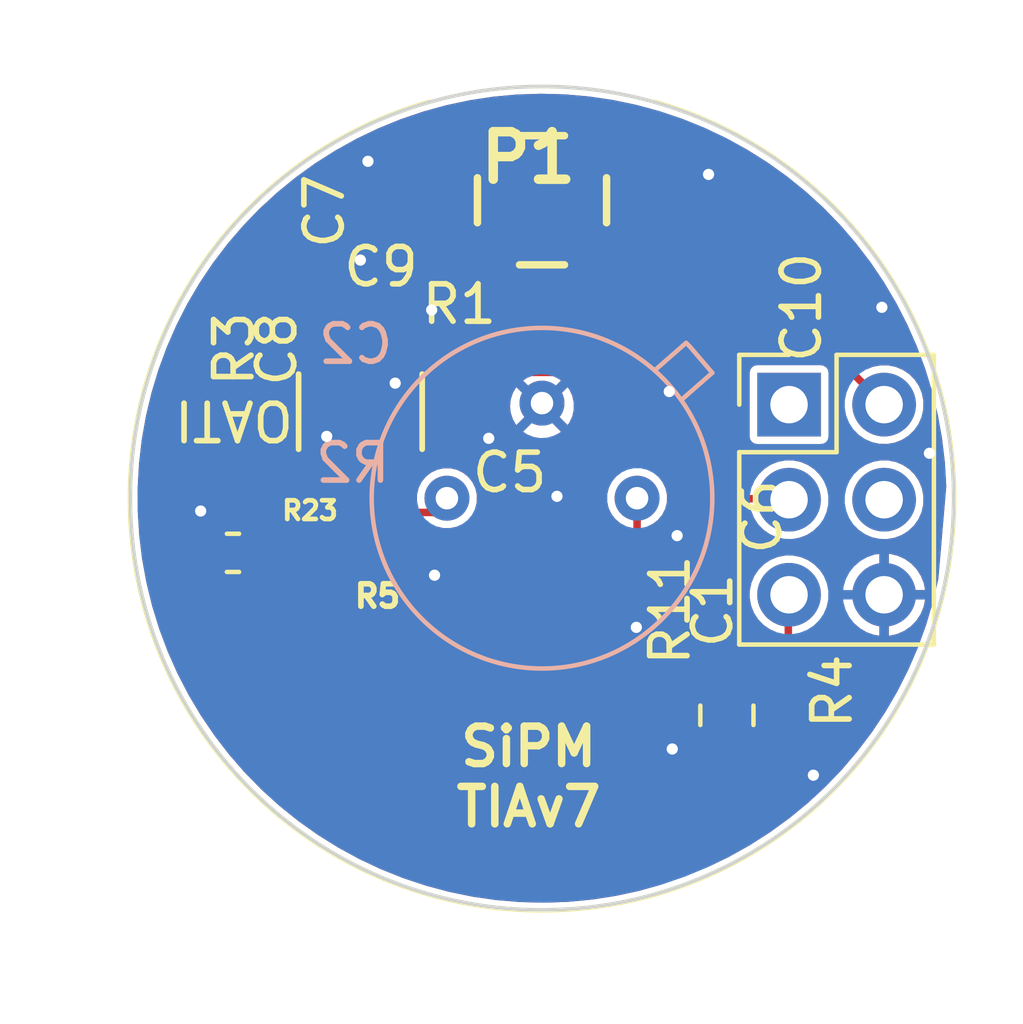
<source format=kicad_pcb>
(kicad_pcb (version 20191123) (host pcbnew "(5.99.0-417-g8bd2765f3)")

  (general
    (thickness 1.6)
    (drawings 6)
    (tracks 87)
    (modules 21)
    (nets 16)
  )

  (page "A4")
  (layers
    (0 "F.Cu" signal)
    (31 "B.Cu" signal)
    (32 "B.Adhes" user hide)
    (33 "F.Adhes" user hide)
    (34 "B.Paste" user hide)
    (35 "F.Paste" user hide)
    (36 "B.SilkS" user)
    (37 "F.SilkS" user)
    (38 "B.Mask" user hide)
    (39 "F.Mask" user)
    (40 "Dwgs.User" user)
    (41 "Cmts.User" user)
    (42 "Eco1.User" user hide)
    (43 "Eco2.User" user hide)
    (44 "Edge.Cuts" user)
    (45 "Margin" user)
    (46 "B.CrtYd" user hide)
    (47 "F.CrtYd" user)
    (48 "B.Fab" user hide)
    (49 "F.Fab" user hide)
  )

  (setup
    (last_trace_width 0.2)
    (user_trace_width 0.2)
    (user_trace_width 0.25)
    (user_trace_width 0.5)
    (trace_clearance 0.2)
    (zone_clearance 0.2)
    (zone_45_only no)
    (trace_min 0.2)
    (via_size 0.6)
    (via_drill 0.3)
    (via_min_size 0.4)
    (via_min_drill 0.3)
    (uvia_size 0.3)
    (uvia_drill 0.1)
    (uvias_allowed no)
    (uvia_min_size 0.2)
    (uvia_min_drill 0.1)
    (max_error 0.005)
    (defaults
      (edge_clearance 0.01)
      (edge_cuts_line_width 0.05)
      (courtyard_line_width 0.05)
      (copper_line_width 0.2)
      (copper_text_dims (size 1.5 1.5) (thickness 0.3))
      (silk_line_width 0.12)
      (silk_text_dims (size 1 1) (thickness 0.15))
      (other_layers_line_width 0.1)
      (other_layers_text_dims (size 1 1) (thickness 0.15))
    )
    (pad_size 1 1)
    (pad_drill 0.45)
    (pad_to_mask_clearance 0)
    (solder_mask_min_width 0.25)
    (aux_axis_origin 0 0)
    (visible_elements 7FFFFFFF)
    (pcbplotparams
      (layerselection 0x010fc_ffffffff)
      (usegerberextensions false)
      (usegerberattributes false)
      (usegerberadvancedattributes false)
      (creategerberjobfile false)
      (excludeedgelayer true)
      (linewidth 0.100000)
      (plotframeref false)
      (viasonmask false)
      (mode 1)
      (useauxorigin false)
      (hpglpennumber 1)
      (hpglpenspeed 20)
      (hpglpendiameter 15.000000)
      (psnegative false)
      (psa4output false)
      (plotreference true)
      (plotvalue true)
      (plotinvisibletext false)
      (padsonsilk false)
      (subtractmaskfromsilk false)
      (outputformat 1)
      (mirror false)
      (drillshape 0)
      (scaleselection 1)
      (outputdirectory "../manufacturing/gerber/")
    )
  )

  (net 0 "")
  (net 1 "GND")
  (net 2 "/VBiasFilt")
  (net 3 "Net-(C2-Pad2)")
  (net 4 "Net-(C2-Pad1)")
  (net 5 "Net-(C3-Pad1)")
  (net 6 "VDDA")
  (net 7 "VSSA")
  (net 8 "/OUT")
  (net 9 "Net-(L1-Pad1)")
  (net 10 "Net-(C7-Pad1)")
  (net 11 "+VDC")
  (net 12 "Net-(J1-Pad4)")
  (net 13 "+5V")
  (net 14 "Net-(U1-Pad5)")
  (net 15 "Net-(D1-Pad2)_1")

  (net_class "Default" "This is the default net class."
    (clearance 0.2)
    (trace_width 0.2)
    (via_dia 0.6)
    (via_drill 0.3)
    (uvia_dia 0.3)
    (uvia_drill 0.1)
    (add_net "+5V")
    (add_net "+VDC")
    (add_net "/OUT")
    (add_net "/VBiasFilt")
    (add_net "GND")
    (add_net "Net-(C2-Pad1)")
    (add_net "Net-(C2-Pad2)")
    (add_net "Net-(C3-Pad1)")
    (add_net "Net-(C7-Pad1)")
    (add_net "Net-(D1-Pad2)_1")
    (add_net "Net-(J1-Pad4)")
    (add_net "Net-(L1-Pad1)")
    (add_net "Net-(U1-Pad5)")
    (add_net "VDDA")
    (add_net "VSSA")
  )

  (module "footprints:R_0402_1005Metric" (layer "F.Cu") (tedit 5DB9F04F) (tstamp 5F0AF00A)
    (at 195.6054 100.3808 180)
    (descr "Resistor SMD 0402 (1005 Metric), square (rectangular) end terminal, IPC_7351 nominal, (Body size source: http://www.tortai-tech.com/upload/download/2011102023233369053.pdf), generated with kicad-footprint-generator")
    (tags "resistor")
    (path "/5DBFFA95")
    (attr smd)
    (fp_text reference "R23" (at 1.8034 0.0508) (layer "F.SilkS")
      (effects (font (size 0.5 0.5) (thickness 0.125)))
    )
    (fp_text value "100" (at 0 1.17) (layer "F.Fab")
      (effects (font (size 1 1) (thickness 0.15)))
    )
    (fp_text user "%R" (at 0 0) (layer "F.Fab")
      (effects (font (size 0.25 0.25) (thickness 0.04)))
    )
    (fp_line (start 0.93 0.47) (end -0.93 0.47) (layer "F.CrtYd") (width 0.05))
    (fp_line (start 0.93 -0.47) (end 0.93 0.47) (layer "F.CrtYd") (width 0.05))
    (fp_line (start -0.93 -0.47) (end 0.93 -0.47) (layer "F.CrtYd") (width 0.05))
    (fp_line (start -0.93 0.47) (end -0.93 -0.47) (layer "F.CrtYd") (width 0.05))
    (fp_line (start 0.5 0.25) (end -0.5 0.25) (layer "F.Fab") (width 0.1))
    (fp_line (start 0.5 -0.25) (end 0.5 0.25) (layer "F.Fab") (width 0.1))
    (fp_line (start -0.5 -0.25) (end 0.5 -0.25) (layer "F.Fab") (width 0.1))
    (fp_line (start -0.5 0.25) (end -0.5 -0.25) (layer "F.Fab") (width 0.1))
    (pad "2" smd roundrect (at 0.485 0 180) (size 0.59 0.64) (layers "F.Cu" "F.Paste" "F.Mask") (roundrect_rratio 0.25)
      (net 4 "Net-(C2-Pad1)"))
    (pad "1" smd roundrect (at -0.485 0 180) (size 0.59 0.64) (layers "F.Cu" "F.Paste" "F.Mask") (roundrect_rratio 0.25)
      (net 15 "Net-(D1-Pad2)_1"))
    (model "${KIPRJMOD}/step/R_0402_1005Metric.step"
      (at (xyz 0 0 0))
      (scale (xyz 1 1 1))
      (rotate (xyz 0 0 0))
    )
  )

  (module "footprints:R_0402_1005Metric" (layer "F.Cu") (tedit 5DB9F04F) (tstamp 5DB9CAB4)
    (at 204.59 102.99 90)
    (descr "Resistor SMD 0402 (1005 Metric), square (rectangular) end terminal, IPC_7351 nominal, (Body size source: http://www.tortai-tech.com/upload/download/2011102023233369053.pdf), generated with kicad-footprint-generator")
    (tags "resistor")
    (path "/5DBC3104")
    (attr smd)
    (fp_text reference "R11" (at 0 -1.17 90) (layer "F.SilkS")
      (effects (font (size 1 1) (thickness 0.15)))
    )
    (fp_text value "36" (at 0 1.17 90) (layer "F.Fab")
      (effects (font (size 1 1) (thickness 0.15)))
    )
    (fp_text user "%R" (at 0 0 90) (layer "F.Fab")
      (effects (font (size 0.25 0.25) (thickness 0.04)))
    )
    (fp_line (start 0.93 0.47) (end -0.93 0.47) (layer "F.CrtYd") (width 0.05))
    (fp_line (start 0.93 -0.47) (end 0.93 0.47) (layer "F.CrtYd") (width 0.05))
    (fp_line (start -0.93 -0.47) (end 0.93 -0.47) (layer "F.CrtYd") (width 0.05))
    (fp_line (start -0.93 0.47) (end -0.93 -0.47) (layer "F.CrtYd") (width 0.05))
    (fp_line (start 0.5 0.25) (end -0.5 0.25) (layer "F.Fab") (width 0.1))
    (fp_line (start 0.5 -0.25) (end 0.5 0.25) (layer "F.Fab") (width 0.1))
    (fp_line (start -0.5 -0.25) (end 0.5 -0.25) (layer "F.Fab") (width 0.1))
    (fp_line (start -0.5 0.25) (end -0.5 -0.25) (layer "F.Fab") (width 0.1))
    (pad "2" smd roundrect (at 0.485 0 90) (size 0.59 0.64) (layers "F.Cu" "F.Paste" "F.Mask") (roundrect_rratio 0.25)
      (net 2 "/VBiasFilt"))
    (pad "1" smd roundrect (at -0.485 0 90) (size 0.59 0.64) (layers "F.Cu" "F.Paste" "F.Mask") (roundrect_rratio 0.25)
      (net 5 "Net-(C3-Pad1)"))
    (model "${KIPRJMOD}/step/R_0402_1005Metric.step"
      (at (xyz 0 0 0))
      (scale (xyz 1 1 1))
      (rotate (xyz 0 0 0))
    )
  )

  (module "footprints:R_0402_1005Metric" (layer "F.Cu") (tedit 5DB9F04F) (tstamp 5F0B1829)
    (at 195.6054 101.3968)
    (descr "Resistor SMD 0402 (1005 Metric), square (rectangular) end terminal, IPC_7351 nominal, (Body size source: http://www.tortai-tech.com/upload/download/2011102023233369053.pdf), generated with kicad-footprint-generator")
    (tags "resistor")
    (path "/5DC01001")
    (attr smd)
    (fp_text reference "R5" (at 0 1.2192) (layer "F.SilkS")
      (effects (font (size 0.6 0.6) (thickness 0.15)))
    )
    (fp_text value "10" (at 0 1.17) (layer "F.Fab")
      (effects (font (size 1 1) (thickness 0.15)))
    )
    (fp_text user "%R" (at 0 0) (layer "F.Fab")
      (effects (font (size 0.25 0.25) (thickness 0.04)))
    )
    (fp_line (start 0.93 0.47) (end -0.93 0.47) (layer "F.CrtYd") (width 0.05))
    (fp_line (start 0.93 -0.47) (end 0.93 0.47) (layer "F.CrtYd") (width 0.05))
    (fp_line (start -0.93 -0.47) (end 0.93 -0.47) (layer "F.CrtYd") (width 0.05))
    (fp_line (start -0.93 0.47) (end -0.93 -0.47) (layer "F.CrtYd") (width 0.05))
    (fp_line (start 0.5 0.25) (end -0.5 0.25) (layer "F.Fab") (width 0.1))
    (fp_line (start 0.5 -0.25) (end 0.5 0.25) (layer "F.Fab") (width 0.1))
    (fp_line (start -0.5 -0.25) (end 0.5 -0.25) (layer "F.Fab") (width 0.1))
    (fp_line (start -0.5 0.25) (end -0.5 -0.25) (layer "F.Fab") (width 0.1))
    (pad "2" smd roundrect (at 0.485 0) (size 0.59 0.64) (layers "F.Cu" "F.Paste" "F.Mask") (roundrect_rratio 0.25)
      (net 15 "Net-(D1-Pad2)_1"))
    (pad "1" smd roundrect (at -0.485 0) (size 0.59 0.64) (layers "F.Cu" "F.Paste" "F.Mask") (roundrect_rratio 0.25)
      (net 9 "Net-(L1-Pad1)"))
    (model "${KIPRJMOD}/step/R_0402_1005Metric.step"
      (at (xyz 0 0 0))
      (scale (xyz 1 1 1))
      (rotate (xyz 0 0 0))
    )
  )

  (module "footprints:R_0402_1005Metric" (layer "F.Cu") (tedit 5DB9F04F) (tstamp 5DB9CA96)
    (at 206.58 105.16 -90)
    (descr "Resistor SMD 0402 (1005 Metric), square (rectangular) end terminal, IPC_7351 nominal, (Body size source: http://www.tortai-tech.com/upload/download/2011102023233369053.pdf), generated with kicad-footprint-generator")
    (tags "resistor")
    (path "/5DBC2945")
    (attr smd)
    (fp_text reference "R4" (at 0 -1.17 90) (layer "F.SilkS")
      (effects (font (size 1 1) (thickness 0.15)))
    )
    (fp_text value "36" (at 0 1.17 90) (layer "F.Fab")
      (effects (font (size 1 1) (thickness 0.15)))
    )
    (fp_text user "%R" (at 0 0 90) (layer "F.Fab")
      (effects (font (size 0.25 0.25) (thickness 0.04)))
    )
    (fp_line (start 0.93 0.47) (end -0.93 0.47) (layer "F.CrtYd") (width 0.05))
    (fp_line (start 0.93 -0.47) (end 0.93 0.47) (layer "F.CrtYd") (width 0.05))
    (fp_line (start -0.93 -0.47) (end 0.93 -0.47) (layer "F.CrtYd") (width 0.05))
    (fp_line (start -0.93 0.47) (end -0.93 -0.47) (layer "F.CrtYd") (width 0.05))
    (fp_line (start 0.5 0.25) (end -0.5 0.25) (layer "F.Fab") (width 0.1))
    (fp_line (start 0.5 -0.25) (end 0.5 0.25) (layer "F.Fab") (width 0.1))
    (fp_line (start -0.5 -0.25) (end 0.5 -0.25) (layer "F.Fab") (width 0.1))
    (fp_line (start -0.5 0.25) (end -0.5 -0.25) (layer "F.Fab") (width 0.1))
    (pad "2" smd roundrect (at 0.485 0 270) (size 0.59 0.64) (layers "F.Cu" "F.Paste" "F.Mask") (roundrect_rratio 0.25)
      (net 5 "Net-(C3-Pad1)"))
    (pad "1" smd roundrect (at -0.485 0 270) (size 0.59 0.64) (layers "F.Cu" "F.Paste" "F.Mask") (roundrect_rratio 0.25)
      (net 11 "+VDC"))
    (model "${KIPRJMOD}/step/R_0402_1005Metric.step"
      (at (xyz 0 0 0))
      (scale (xyz 1 1 1))
      (rotate (xyz 0 0 0))
    )
  )

  (module "footprints:R_0402_1005Metric" (layer "F.Cu") (tedit 5DB9F04F) (tstamp 5DB9CA87)
    (at 191.9482 94.1384 -90)
    (descr "Resistor SMD 0402 (1005 Metric), square (rectangular) end terminal, IPC_7351 nominal, (Body size source: http://www.tortai-tech.com/upload/download/2011102023233369053.pdf), generated with kicad-footprint-generator")
    (tags "resistor")
    (path "/5DBE81D1")
    (attr smd)
    (fp_text reference "R3" (at 1.8736 0.1782 90) (layer "F.SilkS")
      (effects (font (size 1 1) (thickness 0.15)))
    )
    (fp_text value "1.5k" (at 0 1.17 90) (layer "F.Fab")
      (effects (font (size 1 1) (thickness 0.15)))
    )
    (fp_text user "%R" (at 0 0 90) (layer "F.Fab")
      (effects (font (size 0.25 0.25) (thickness 0.04)))
    )
    (fp_line (start 0.93 0.47) (end -0.93 0.47) (layer "F.CrtYd") (width 0.05))
    (fp_line (start 0.93 -0.47) (end 0.93 0.47) (layer "F.CrtYd") (width 0.05))
    (fp_line (start -0.93 -0.47) (end 0.93 -0.47) (layer "F.CrtYd") (width 0.05))
    (fp_line (start -0.93 0.47) (end -0.93 -0.47) (layer "F.CrtYd") (width 0.05))
    (fp_line (start 0.5 0.25) (end -0.5 0.25) (layer "F.Fab") (width 0.1))
    (fp_line (start 0.5 -0.25) (end 0.5 0.25) (layer "F.Fab") (width 0.1))
    (fp_line (start -0.5 -0.25) (end 0.5 -0.25) (layer "F.Fab") (width 0.1))
    (fp_line (start -0.5 0.25) (end -0.5 -0.25) (layer "F.Fab") (width 0.1))
    (pad "2" smd roundrect (at 0.485 0 270) (size 0.59 0.64) (layers "F.Cu" "F.Paste" "F.Mask") (roundrect_rratio 0.25)
      (net 10 "Net-(C7-Pad1)"))
    (pad "1" smd roundrect (at -0.485 0 270) (size 0.59 0.64) (layers "F.Cu" "F.Paste" "F.Mask") (roundrect_rratio 0.25)
      (net 1 "GND"))
    (model "${KIPRJMOD}/step/R_0402_1005Metric.step"
      (at (xyz 0 0 0))
      (scale (xyz 1 1 1))
      (rotate (xyz 0 0 0))
    )
  )

  (module "footprints:R_0402_1005Metric" (layer "B.Cu") (tedit 5DB9F04F) (tstamp 5F13C81C)
    (at 194.945 97.7986)
    (descr "Resistor SMD 0402 (1005 Metric), square (rectangular) end terminal, IPC_7351 nominal, (Body size source: http://www.tortai-tech.com/upload/download/2011102023233369053.pdf), generated with kicad-footprint-generator")
    (tags "resistor")
    (path "/5DBD7F8F")
    (attr smd)
    (fp_text reference "R2" (at 0 1.2614) (layer "B.SilkS")
      (effects (font (size 1 1) (thickness 0.15)) (justify mirror))
    )
    (fp_text value "1.5k" (at 0 -1.17) (layer "B.Fab")
      (effects (font (size 1 1) (thickness 0.15)) (justify mirror))
    )
    (fp_text user "%R" (at 0 0) (layer "B.Fab")
      (effects (font (size 0.25 0.25) (thickness 0.04)) (justify mirror))
    )
    (fp_line (start 0.93 -0.47) (end -0.93 -0.47) (layer "B.CrtYd") (width 0.05))
    (fp_line (start 0.93 0.47) (end 0.93 -0.47) (layer "B.CrtYd") (width 0.05))
    (fp_line (start -0.93 0.47) (end 0.93 0.47) (layer "B.CrtYd") (width 0.05))
    (fp_line (start -0.93 -0.47) (end -0.93 0.47) (layer "B.CrtYd") (width 0.05))
    (fp_line (start 0.5 -0.25) (end -0.5 -0.25) (layer "B.Fab") (width 0.1))
    (fp_line (start 0.5 0.25) (end 0.5 -0.25) (layer "B.Fab") (width 0.1))
    (fp_line (start -0.5 0.25) (end 0.5 0.25) (layer "B.Fab") (width 0.1))
    (fp_line (start -0.5 -0.25) (end -0.5 0.25) (layer "B.Fab") (width 0.1))
    (pad "2" smd roundrect (at 0.485 0) (size 0.59 0.64) (layers "B.Cu" "B.Paste" "B.Mask") (roundrect_rratio 0.25)
      (net 3 "Net-(C2-Pad2)"))
    (pad "1" smd roundrect (at -0.485 0) (size 0.59 0.64) (layers "B.Cu" "B.Paste" "B.Mask") (roundrect_rratio 0.25)
      (net 4 "Net-(C2-Pad1)"))
    (model "${KIPRJMOD}/step/R_0402_1005Metric.step"
      (at (xyz 0 0 0))
      (scale (xyz 1 1 1))
      (rotate (xyz 0 0 0))
    )
  )

  (module "footprints:R_0402_1005Metric" (layer "F.Cu") (tedit 5DB9F04F) (tstamp 5F0B0246)
    (at 197.7898 95.9866)
    (descr "Resistor SMD 0402 (1005 Metric), square (rectangular) end terminal, IPC_7351 nominal, (Body size source: http://www.tortai-tech.com/upload/download/2011102023233369053.pdf), generated with kicad-footprint-generator")
    (tags "resistor")
    (path "/5F0AC3F0")
    (attr smd)
    (fp_text reference "R1" (at 0 -1.17) (layer "F.SilkS")
      (effects (font (size 1 1) (thickness 0.15)))
    )
    (fp_text value "50" (at 0 1.17) (layer "F.Fab")
      (effects (font (size 1 1) (thickness 0.15)))
    )
    (fp_text user "%R" (at 0 0) (layer "F.Fab")
      (effects (font (size 0.25 0.25) (thickness 0.04)))
    )
    (fp_line (start 0.93 0.47) (end -0.93 0.47) (layer "F.CrtYd") (width 0.05))
    (fp_line (start 0.93 -0.47) (end 0.93 0.47) (layer "F.CrtYd") (width 0.05))
    (fp_line (start -0.93 -0.47) (end 0.93 -0.47) (layer "F.CrtYd") (width 0.05))
    (fp_line (start -0.93 0.47) (end -0.93 -0.47) (layer "F.CrtYd") (width 0.05))
    (fp_line (start 0.5 0.25) (end -0.5 0.25) (layer "F.Fab") (width 0.1))
    (fp_line (start 0.5 -0.25) (end 0.5 0.25) (layer "F.Fab") (width 0.1))
    (fp_line (start -0.5 -0.25) (end 0.5 -0.25) (layer "F.Fab") (width 0.1))
    (fp_line (start -0.5 0.25) (end -0.5 -0.25) (layer "F.Fab") (width 0.1))
    (pad "2" smd roundrect (at 0.485 0) (size 0.59 0.64) (layers "F.Cu" "F.Paste" "F.Mask") (roundrect_rratio 0.25)
      (net 8 "/OUT"))
    (pad "1" smd roundrect (at -0.485 0) (size 0.59 0.64) (layers "F.Cu" "F.Paste" "F.Mask") (roundrect_rratio 0.25)
      (net 3 "Net-(C2-Pad2)"))
    (model "${KIPRJMOD}/step/R_0402_1005Metric.step"
      (at (xyz 0 0 0))
      (scale (xyz 1 1 1))
      (rotate (xyz 0 0 0))
    )
  )

  (module "footprints:73415-2063" (layer "F.Cu") (tedit 5DB9E5D5) (tstamp 5DB9E96C)
    (at 200 92.04)
    (descr "73415-2063")
    (tags "Connector")
    (path "/5DB9EB58")
    (attr smd)
    (fp_text reference "P1" (at -0.365 -1.136) (layer "F.SilkS")
      (effects (font (size 1.27 1.27) (thickness 0.254)))
    )
    (fp_text value "73415-2061" (at -0.365 -1.136) (layer "F.SilkS") hide
      (effects (font (size 1.27 1.27) (thickness 0.254)))
    )
    (fp_line (start -0.6 -1.725) (end 0.6 -1.725) (layer "F.SilkS") (width 0.2))
    (fp_line (start 1.725 -0.6) (end 1.725 0.6) (layer "F.SilkS") (width 0.2))
    (fp_line (start -0.6 1.725) (end 0.6 1.725) (layer "F.SilkS") (width 0.2))
    (fp_line (start -1.725 -0.6) (end -1.725 0.6) (layer "F.SilkS") (width 0.2))
    (fp_line (start -1.725 1.725) (end -1.725 -1.725) (layer "F.Fab") (width 0.2))
    (fp_line (start 1.725 1.725) (end -1.725 1.725) (layer "F.Fab") (width 0.2))
    (fp_line (start 1.725 -1.725) (end 1.725 1.725) (layer "F.Fab") (width 0.2))
    (fp_line (start -1.725 -1.725) (end 1.725 -1.725) (layer "F.Fab") (width 0.2))
    (fp_text user "%R" (at -0.365 -1.136) (layer "F.Fab")
      (effects (font (size 1.27 1.27) (thickness 0.254)))
    )
    (pad "5" smd rect (at -1.32 -1.32 90) (size 0.94 0.94) (layers "F.Cu" "F.Paste" "F.Mask")
      (net 1 "GND"))
    (pad "4" smd rect (at 1.32 -1.32 90) (size 0.94 0.94) (layers "F.Cu" "F.Paste" "F.Mask")
      (net 1 "GND"))
    (pad "3" smd rect (at 1.32 1.32 90) (size 0.94 0.94) (layers "F.Cu" "F.Paste" "F.Mask")
      (net 1 "GND"))
    (pad "2" smd rect (at -1.32 1.32 90) (size 0.94 0.94) (layers "F.Cu" "F.Paste" "F.Mask")
      (net 1 "GND"))
    (pad "1" smd circle (at 0 0 90) (size 0.94 0.94) (layers "F.Cu" "F.Paste" "F.Mask")
      (net 8 "/OUT"))
    (model "${KIPRJMOD}/step/73415-2061.stp"
      (offset (xyz 0 0 5))
      (scale (xyz 1 1 1))
      (rotate (xyz 0 0 0))
    )
  )

  (module "Capacitor_SMD:C_0402_1005Metric" (layer "F.Cu") (tedit 5B301BBE) (tstamp 5DB9CA21)
    (at 208.1 94.9 90)
    (descr "Capacitor SMD 0402 (1005 Metric), square (rectangular) end terminal, IPC_7351 nominal, (Body size source: http://www.tortai-tech.com/upload/download/2011102023233369053.pdf), generated with kicad-footprint-generator")
    (tags "capacitor")
    (path "/5DBE252A")
    (attr smd)
    (fp_text reference "C10" (at 0 -1.17 90) (layer "F.SilkS")
      (effects (font (size 1 1) (thickness 0.15)))
    )
    (fp_text value "4.7u" (at 0 1.17 90) (layer "F.Fab")
      (effects (font (size 1 1) (thickness 0.15)))
    )
    (fp_line (start -0.5 0.25) (end -0.5 -0.25) (layer "F.Fab") (width 0.1))
    (fp_line (start -0.5 -0.25) (end 0.5 -0.25) (layer "F.Fab") (width 0.1))
    (fp_line (start 0.5 -0.25) (end 0.5 0.25) (layer "F.Fab") (width 0.1))
    (fp_line (start 0.5 0.25) (end -0.5 0.25) (layer "F.Fab") (width 0.1))
    (fp_line (start -0.93 0.47) (end -0.93 -0.47) (layer "F.CrtYd") (width 0.05))
    (fp_line (start -0.93 -0.47) (end 0.93 -0.47) (layer "F.CrtYd") (width 0.05))
    (fp_line (start 0.93 -0.47) (end 0.93 0.47) (layer "F.CrtYd") (width 0.05))
    (fp_line (start 0.93 0.47) (end -0.93 0.47) (layer "F.CrtYd") (width 0.05))
    (fp_text user "%R" (at 0 0 90) (layer "F.Fab")
      (effects (font (size 0.25 0.25) (thickness 0.04)))
    )
    (pad "2" smd roundrect (at 0.485 0 90) (size 0.59 0.64) (layers "F.Cu" "F.Paste" "F.Mask") (roundrect_rratio 0.25)
      (net 1 "GND"))
    (pad "1" smd roundrect (at -0.485 0 90) (size 0.59 0.64) (layers "F.Cu" "F.Paste" "F.Mask") (roundrect_rratio 0.25)
      (net 7 "VSSA"))
    (model "${KISYS3DMOD}/Capacitor_SMD.3dshapes/C_0402_1005Metric.wrl"
      (at (xyz 0 0 0))
      (scale (xyz 1 1 1))
      (rotate (xyz 0 0 0))
    )
  )

  (module "Capacitor_SMD:C_0402_1005Metric" (layer "F.Cu") (tedit 5B301BBE) (tstamp 5F0B068C)
    (at 195.6982 94.9884)
    (descr "Capacitor SMD 0402 (1005 Metric), square (rectangular) end terminal, IPC_7351 nominal, (Body size source: http://www.tortai-tech.com/upload/download/2011102023233369053.pdf), generated with kicad-footprint-generator")
    (tags "capacitor")
    (path "/5DBDC252")
    (attr smd)
    (fp_text reference "C9" (at 0 -1.17) (layer "F.SilkS")
      (effects (font (size 1 1) (thickness 0.15)))
    )
    (fp_text value "0.1u" (at 0 1.17) (layer "F.Fab")
      (effects (font (size 1 1) (thickness 0.15)))
    )
    (fp_line (start -0.5 0.25) (end -0.5 -0.25) (layer "F.Fab") (width 0.1))
    (fp_line (start -0.5 -0.25) (end 0.5 -0.25) (layer "F.Fab") (width 0.1))
    (fp_line (start 0.5 -0.25) (end 0.5 0.25) (layer "F.Fab") (width 0.1))
    (fp_line (start 0.5 0.25) (end -0.5 0.25) (layer "F.Fab") (width 0.1))
    (fp_line (start -0.93 0.47) (end -0.93 -0.47) (layer "F.CrtYd") (width 0.05))
    (fp_line (start -0.93 -0.47) (end 0.93 -0.47) (layer "F.CrtYd") (width 0.05))
    (fp_line (start 0.93 -0.47) (end 0.93 0.47) (layer "F.CrtYd") (width 0.05))
    (fp_line (start 0.93 0.47) (end -0.93 0.47) (layer "F.CrtYd") (width 0.05))
    (fp_text user "%R" (at 0 0) (layer "F.Fab")
      (effects (font (size 0.25 0.25) (thickness 0.04)))
    )
    (pad "2" smd roundrect (at 0.485 0) (size 0.59 0.64) (layers "F.Cu" "F.Paste" "F.Mask") (roundrect_rratio 0.25)
      (net 1 "GND"))
    (pad "1" smd roundrect (at -0.485 0) (size 0.59 0.64) (layers "F.Cu" "F.Paste" "F.Mask") (roundrect_rratio 0.25)
      (net 7 "VSSA"))
    (model "${KISYS3DMOD}/Capacitor_SMD.3dshapes/C_0402_1005Metric.wrl"
      (at (xyz 0 0 0))
      (scale (xyz 1 1 1))
      (rotate (xyz 0 0 0))
    )
  )

  (module "Capacitor_SMD:C_0402_1005Metric" (layer "F.Cu") (tedit 5B301BBE) (tstamp 5DB9CA03)
    (at 193.0482 94.1384 90)
    (descr "Capacitor SMD 0402 (1005 Metric), square (rectangular) end terminal, IPC_7351 nominal, (Body size source: http://www.tortai-tech.com/upload/download/2011102023233369053.pdf), generated with kicad-footprint-generator")
    (tags "capacitor")
    (path "/5DBE62E5")
    (attr smd)
    (fp_text reference "C8" (at -1.8736 -0.1352 90) (layer "F.SilkS")
      (effects (font (size 1 1) (thickness 0.15)))
    )
    (fp_text value "100p" (at 0 1.17 90) (layer "F.Fab")
      (effects (font (size 1 1) (thickness 0.15)))
    )
    (fp_line (start -0.5 0.25) (end -0.5 -0.25) (layer "F.Fab") (width 0.1))
    (fp_line (start -0.5 -0.25) (end 0.5 -0.25) (layer "F.Fab") (width 0.1))
    (fp_line (start 0.5 -0.25) (end 0.5 0.25) (layer "F.Fab") (width 0.1))
    (fp_line (start 0.5 0.25) (end -0.5 0.25) (layer "F.Fab") (width 0.1))
    (fp_line (start -0.93 0.47) (end -0.93 -0.47) (layer "F.CrtYd") (width 0.05))
    (fp_line (start -0.93 -0.47) (end 0.93 -0.47) (layer "F.CrtYd") (width 0.05))
    (fp_line (start 0.93 -0.47) (end 0.93 0.47) (layer "F.CrtYd") (width 0.05))
    (fp_line (start 0.93 0.47) (end -0.93 0.47) (layer "F.CrtYd") (width 0.05))
    (fp_text user "%R" (at 0 0 90) (layer "F.Fab")
      (effects (font (size 0.25 0.25) (thickness 0.04)))
    )
    (pad "2" smd roundrect (at 0.485 0 90) (size 0.59 0.64) (layers "F.Cu" "F.Paste" "F.Mask") (roundrect_rratio 0.25)
      (net 1 "GND"))
    (pad "1" smd roundrect (at -0.485 0 90) (size 0.59 0.64) (layers "F.Cu" "F.Paste" "F.Mask") (roundrect_rratio 0.25)
      (net 10 "Net-(C7-Pad1)"))
    (model "${KISYS3DMOD}/Capacitor_SMD.3dshapes/C_0402_1005Metric.wrl"
      (at (xyz 0 0 0))
      (scale (xyz 1 1 1))
      (rotate (xyz 0 0 0))
    )
  )

  (module "Capacitor_SMD:C_0402_1005Metric" (layer "F.Cu") (tedit 5B301BBE) (tstamp 5DB9C9D6)
    (at 194.1482 94.1384 90)
    (descr "Capacitor SMD 0402 (1005 Metric), square (rectangular) end terminal, IPC_7351 nominal, (Body size source: http://www.tortai-tech.com/upload/download/2011102023233369053.pdf), generated with kicad-footprint-generator")
    (tags "capacitor")
    (path "/5DBE5445")
    (attr smd)
    (fp_text reference "C7" (at 1.8094 0.0348 90) (layer "F.SilkS")
      (effects (font (size 1 1) (thickness 0.15)))
    )
    (fp_text value "0.1u" (at 0 1.17 90) (layer "F.Fab")
      (effects (font (size 1 1) (thickness 0.15)))
    )
    (fp_line (start -0.5 0.25) (end -0.5 -0.25) (layer "F.Fab") (width 0.1))
    (fp_line (start -0.5 -0.25) (end 0.5 -0.25) (layer "F.Fab") (width 0.1))
    (fp_line (start 0.5 -0.25) (end 0.5 0.25) (layer "F.Fab") (width 0.1))
    (fp_line (start 0.5 0.25) (end -0.5 0.25) (layer "F.Fab") (width 0.1))
    (fp_line (start -0.93 0.47) (end -0.93 -0.47) (layer "F.CrtYd") (width 0.05))
    (fp_line (start -0.93 -0.47) (end 0.93 -0.47) (layer "F.CrtYd") (width 0.05))
    (fp_line (start 0.93 -0.47) (end 0.93 0.47) (layer "F.CrtYd") (width 0.05))
    (fp_line (start 0.93 0.47) (end -0.93 0.47) (layer "F.CrtYd") (width 0.05))
    (fp_text user "%R" (at 0 0 90) (layer "F.Fab")
      (effects (font (size 0.25 0.25) (thickness 0.04)))
    )
    (pad "2" smd roundrect (at 0.485 0 90) (size 0.59 0.64) (layers "F.Cu" "F.Paste" "F.Mask") (roundrect_rratio 0.25)
      (net 1 "GND"))
    (pad "1" smd roundrect (at -0.485 0 90) (size 0.59 0.64) (layers "F.Cu" "F.Paste" "F.Mask") (roundrect_rratio 0.25)
      (net 10 "Net-(C7-Pad1)"))
    (model "${KISYS3DMOD}/Capacitor_SMD.3dshapes/C_0402_1005Metric.wrl"
      (at (xyz 0 0 0))
      (scale (xyz 1 1 1))
      (rotate (xyz 0 0 0))
    )
  )

  (module "Capacitor_SMD:C_0402_1005Metric" (layer "F.Cu") (tedit 5B301BBE) (tstamp 5DB9C9F4)
    (at 204.7 100.5 -90)
    (descr "Capacitor SMD 0402 (1005 Metric), square (rectangular) end terminal, IPC_7351 nominal, (Body size source: http://www.tortai-tech.com/upload/download/2011102023233369053.pdf), generated with kicad-footprint-generator")
    (tags "capacitor")
    (path "/5DBDD269")
    (attr smd)
    (fp_text reference "C6" (at 0 -1.17 90) (layer "F.SilkS")
      (effects (font (size 1 1) (thickness 0.15)))
    )
    (fp_text value "4.7u" (at 0 1.17 90) (layer "F.Fab")
      (effects (font (size 1 1) (thickness 0.15)))
    )
    (fp_line (start -0.5 0.25) (end -0.5 -0.25) (layer "F.Fab") (width 0.1))
    (fp_line (start -0.5 -0.25) (end 0.5 -0.25) (layer "F.Fab") (width 0.1))
    (fp_line (start 0.5 -0.25) (end 0.5 0.25) (layer "F.Fab") (width 0.1))
    (fp_line (start 0.5 0.25) (end -0.5 0.25) (layer "F.Fab") (width 0.1))
    (fp_line (start -0.93 0.47) (end -0.93 -0.47) (layer "F.CrtYd") (width 0.05))
    (fp_line (start -0.93 -0.47) (end 0.93 -0.47) (layer "F.CrtYd") (width 0.05))
    (fp_line (start 0.93 -0.47) (end 0.93 0.47) (layer "F.CrtYd") (width 0.05))
    (fp_line (start 0.93 0.47) (end -0.93 0.47) (layer "F.CrtYd") (width 0.05))
    (fp_text user "%R" (at 0 0 90) (layer "F.Fab")
      (effects (font (size 0.25 0.25) (thickness 0.04)))
    )
    (pad "2" smd roundrect (at 0.485 0 270) (size 0.59 0.64) (layers "F.Cu" "F.Paste" "F.Mask") (roundrect_rratio 0.25)
      (net 1 "GND"))
    (pad "1" smd roundrect (at -0.485 0 270) (size 0.59 0.64) (layers "F.Cu" "F.Paste" "F.Mask") (roundrect_rratio 0.25)
      (net 6 "VDDA"))
    (model "${KISYS3DMOD}/Capacitor_SMD.3dshapes/C_0402_1005Metric.wrl"
      (at (xyz 0 0 0))
      (scale (xyz 1 1 1))
      (rotate (xyz 0 0 0))
    )
  )

  (module "Capacitor_SMD:C_0402_1005Metric" (layer "F.Cu") (tedit 5B301BBE) (tstamp 5DB9C9E5)
    (at 197.2564 98.4504)
    (descr "Capacitor SMD 0402 (1005 Metric), square (rectangular) end terminal, IPC_7351 nominal, (Body size source: http://www.tortai-tech.com/upload/download/2011102023233369053.pdf), generated with kicad-footprint-generator")
    (tags "capacitor")
    (path "/5DBE2524")
    (attr smd)
    (fp_text reference "C5" (at 1.8796 0.8636) (layer "F.SilkS")
      (effects (font (size 1 1) (thickness 0.15)))
    )
    (fp_text value "0.1u" (at 0 1.17) (layer "F.Fab")
      (effects (font (size 1 1) (thickness 0.15)))
    )
    (fp_line (start -0.5 0.25) (end -0.5 -0.25) (layer "F.Fab") (width 0.1))
    (fp_line (start -0.5 -0.25) (end 0.5 -0.25) (layer "F.Fab") (width 0.1))
    (fp_line (start 0.5 -0.25) (end 0.5 0.25) (layer "F.Fab") (width 0.1))
    (fp_line (start 0.5 0.25) (end -0.5 0.25) (layer "F.Fab") (width 0.1))
    (fp_line (start -0.93 0.47) (end -0.93 -0.47) (layer "F.CrtYd") (width 0.05))
    (fp_line (start -0.93 -0.47) (end 0.93 -0.47) (layer "F.CrtYd") (width 0.05))
    (fp_line (start 0.93 -0.47) (end 0.93 0.47) (layer "F.CrtYd") (width 0.05))
    (fp_line (start 0.93 0.47) (end -0.93 0.47) (layer "F.CrtYd") (width 0.05))
    (fp_text user "%R" (at 0 0) (layer "F.Fab")
      (effects (font (size 0.25 0.25) (thickness 0.04)))
    )
    (pad "2" smd roundrect (at 0.485 0) (size 0.59 0.64) (layers "F.Cu" "F.Paste" "F.Mask") (roundrect_rratio 0.25)
      (net 1 "GND"))
    (pad "1" smd roundrect (at -0.485 0) (size 0.59 0.64) (layers "F.Cu" "F.Paste" "F.Mask") (roundrect_rratio 0.25)
      (net 6 "VDDA"))
    (model "${KISYS3DMOD}/Capacitor_SMD.3dshapes/C_0402_1005Metric.wrl"
      (at (xyz 0 0 0))
      (scale (xyz 1 1 1))
      (rotate (xyz 0 0 0))
    )
  )

  (module "Capacitor_SMD:C_0402_1005Metric" (layer "B.Cu") (tedit 5B301BBE) (tstamp 5F0B0662)
    (at 195.0212 96.7486)
    (descr "Capacitor SMD 0402 (1005 Metric), square (rectangular) end terminal, IPC_7351 nominal, (Body size source: http://www.tortai-tech.com/upload/download/2011102023233369053.pdf), generated with kicad-footprint-generator")
    (tags "capacitor")
    (path "/5DBD8414")
    (attr smd)
    (fp_text reference "C2" (at 0 -0.8636) (layer "B.SilkS")
      (effects (font (size 1 1) (thickness 0.15)) (justify mirror))
    )
    (fp_text value "1.8p" (at 0 -1.17) (layer "B.Fab")
      (effects (font (size 1 1) (thickness 0.15)) (justify mirror))
    )
    (fp_line (start -0.5 -0.25) (end -0.5 0.25) (layer "B.Fab") (width 0.1))
    (fp_line (start -0.5 0.25) (end 0.5 0.25) (layer "B.Fab") (width 0.1))
    (fp_line (start 0.5 0.25) (end 0.5 -0.25) (layer "B.Fab") (width 0.1))
    (fp_line (start 0.5 -0.25) (end -0.5 -0.25) (layer "B.Fab") (width 0.1))
    (fp_line (start -0.93 -0.47) (end -0.93 0.47) (layer "B.CrtYd") (width 0.05))
    (fp_line (start -0.93 0.47) (end 0.93 0.47) (layer "B.CrtYd") (width 0.05))
    (fp_line (start 0.93 0.47) (end 0.93 -0.47) (layer "B.CrtYd") (width 0.05))
    (fp_line (start 0.93 -0.47) (end -0.93 -0.47) (layer "B.CrtYd") (width 0.05))
    (fp_text user "%R" (at 0 0) (layer "B.Fab")
      (effects (font (size 0.25 0.25) (thickness 0.04)) (justify mirror))
    )
    (pad "2" smd roundrect (at 0.485 0) (size 0.59 0.64) (layers "B.Cu" "B.Paste" "B.Mask") (roundrect_rratio 0.25)
      (net 3 "Net-(C2-Pad2)"))
    (pad "1" smd roundrect (at -0.485 0) (size 0.59 0.64) (layers "B.Cu" "B.Paste" "B.Mask") (roundrect_rratio 0.25)
      (net 4 "Net-(C2-Pad1)"))
    (model "${KISYS3DMOD}/Capacitor_SMD.3dshapes/C_0402_1005Metric.wrl"
      (at (xyz 0 0 0))
      (scale (xyz 1 1 1))
      (rotate (xyz 0 0 0))
    )
  )

  (module "Capacitor_SMD:C_0402_1005Metric" (layer "F.Cu") (tedit 5B301BBE) (tstamp 5DB9C9A9)
    (at 203.39 103 -90)
    (descr "Capacitor SMD 0402 (1005 Metric), square (rectangular) end terminal, IPC_7351 nominal, (Body size source: http://www.tortai-tech.com/upload/download/2011102023233369053.pdf), generated with kicad-footprint-generator")
    (tags "capacitor")
    (path "/5DBC5DEC")
    (attr smd)
    (fp_text reference "C1" (at 0 -1.17 90) (layer "F.SilkS")
      (effects (font (size 1 1) (thickness 0.15)))
    )
    (fp_text value "0.1u" (at 0 1.17 90) (layer "F.Fab")
      (effects (font (size 1 1) (thickness 0.15)))
    )
    (fp_line (start -0.5 0.25) (end -0.5 -0.25) (layer "F.Fab") (width 0.1))
    (fp_line (start -0.5 -0.25) (end 0.5 -0.25) (layer "F.Fab") (width 0.1))
    (fp_line (start 0.5 -0.25) (end 0.5 0.25) (layer "F.Fab") (width 0.1))
    (fp_line (start 0.5 0.25) (end -0.5 0.25) (layer "F.Fab") (width 0.1))
    (fp_line (start -0.93 0.47) (end -0.93 -0.47) (layer "F.CrtYd") (width 0.05))
    (fp_line (start -0.93 -0.47) (end 0.93 -0.47) (layer "F.CrtYd") (width 0.05))
    (fp_line (start 0.93 -0.47) (end 0.93 0.47) (layer "F.CrtYd") (width 0.05))
    (fp_line (start 0.93 0.47) (end -0.93 0.47) (layer "F.CrtYd") (width 0.05))
    (fp_text user "%R" (at 0 0 90) (layer "F.Fab")
      (effects (font (size 0.25 0.25) (thickness 0.04)))
    )
    (pad "2" smd roundrect (at 0.485 0 270) (size 0.59 0.64) (layers "F.Cu" "F.Paste" "F.Mask") (roundrect_rratio 0.25)
      (net 1 "GND"))
    (pad "1" smd roundrect (at -0.485 0 270) (size 0.59 0.64) (layers "F.Cu" "F.Paste" "F.Mask") (roundrect_rratio 0.25)
      (net 2 "/VBiasFilt"))
    (model "${KISYS3DMOD}/Capacitor_SMD.3dshapes/C_0402_1005Metric.wrl"
      (at (xyz 0 0 0))
      (scale (xyz 1 1 1))
      (rotate (xyz 0 0 0))
    )
  )

  (module "footprints:S14420" locked (layer "B.Cu") (tedit 5DBC8D70) (tstamp 5F0AFB05)
    (at 200 100)
    (path "/5DBBFA2E")
    (fp_text reference "D1" (at 0.1 -1) (layer "B.SilkS") hide
      (effects (font (size 1 1) (thickness 0.15)) (justify mirror))
    )
    (fp_text value "SIPM" (at 0.1 0.5) (layer "B.Fab") hide
      (effects (font (size 1 1) (thickness 0.15)) (justify mirror))
    )
    (fp_circle (center 0 0) (end 4.55 0) (layer "B.SilkS") (width 0.12))
    (fp_line (start 3.75 -2.65) (end 4.55 -3.35) (layer "B.SilkS") (width 0.12))
    (fp_line (start 4.55 -3.35) (end 3.95 -4.05) (layer "B.SilkS") (width 0.12))
    (fp_line (start 3.95 -4.05) (end 3.85 -4.15) (layer "B.SilkS") (width 0.12))
    (fp_line (start 3.85 -4.15) (end 3.05 -3.45) (layer "B.SilkS") (width 0.12))
    (pad "3" thru_hole circle (at 0 -2.54) (size 1.2 1.2) (drill 0.6) (layers *.Cu *.Mask)
      (net 1 "GND"))
    (pad "2" thru_hole circle (at -2.54 0) (size 1.2 1.2) (drill 0.6) (layers *.Cu *.Mask)
      (net 15 "Net-(D1-Pad2)_1"))
    (pad "1" thru_hole circle (at 2.54 0) (size 1.2 1.2) (drill 0.6) (layers *.Cu *.Mask)
      (net 2 "/VBiasFilt"))
  )

  (module "footprints:PinHeader_2x03_P2.54mm_Vertical" (layer "F.Cu") (tedit 59FED5CC) (tstamp 5DB9FD09)
    (at 206.6 97.5)
    (descr "Through hole straight pin header, 2x03, 2.54mm pitch, double rows")
    (tags "Through hole pin header THT 2x03 2.54mm double row")
    (path "/5DBA068E")
    (fp_text reference "J1" (at 1.27 -2.33) (layer "F.SilkS") hide
      (effects (font (size 1 1) (thickness 0.15)))
    )
    (fp_text value "SSQ-103-01-G-D" (at 1.27 7.41) (layer "F.Fab") hide
      (effects (font (size 1 1) (thickness 0.15)))
    )
    (fp_line (start 0 -1.27) (end 3.81 -1.27) (layer "F.Fab") (width 0.1))
    (fp_line (start 3.81 -1.27) (end 3.81 6.35) (layer "F.Fab") (width 0.1))
    (fp_line (start 3.81 6.35) (end -1.27 6.35) (layer "F.Fab") (width 0.1))
    (fp_line (start -1.27 6.35) (end -1.27 0) (layer "F.Fab") (width 0.1))
    (fp_line (start -1.27 0) (end 0 -1.27) (layer "F.Fab") (width 0.1))
    (fp_line (start -1.33 6.41) (end 3.87 6.41) (layer "F.SilkS") (width 0.12))
    (fp_line (start -1.33 1.27) (end -1.33 6.41) (layer "F.SilkS") (width 0.12))
    (fp_line (start 3.87 -1.33) (end 3.87 6.41) (layer "F.SilkS") (width 0.12))
    (fp_line (start -1.33 1.27) (end 1.27 1.27) (layer "F.SilkS") (width 0.12))
    (fp_line (start 1.27 1.27) (end 1.27 -1.33) (layer "F.SilkS") (width 0.12))
    (fp_line (start 1.27 -1.33) (end 3.87 -1.33) (layer "F.SilkS") (width 0.12))
    (fp_line (start -1.33 0) (end -1.33 -1.33) (layer "F.SilkS") (width 0.12))
    (fp_line (start -1.33 -1.33) (end 0 -1.33) (layer "F.SilkS") (width 0.12))
    (fp_line (start -1.8 -1.8) (end -1.8 6.85) (layer "F.CrtYd") (width 0.05))
    (fp_line (start -1.8 6.85) (end 4.35 6.85) (layer "F.CrtYd") (width 0.05))
    (fp_line (start 4.35 6.85) (end 4.35 -1.8) (layer "F.CrtYd") (width 0.05))
    (fp_line (start 4.35 -1.8) (end -1.8 -1.8) (layer "F.CrtYd") (width 0.05))
    (fp_text user "%R" (at 1.27 2.54 90) (layer "F.Fab") hide
      (effects (font (size 1 1) (thickness 0.15)))
    )
    (pad "6" thru_hole oval (at 2.54 5.08) (size 1.7 1.7) (drill 1) (layers *.Cu *.Mask)
      (net 1 "GND"))
    (pad "5" thru_hole oval (at 0 5.08) (size 1.7 1.7) (drill 1) (layers *.Cu *.Mask)
      (net 11 "+VDC"))
    (pad "4" thru_hole oval (at 2.54 2.54) (size 1.7 1.7) (drill 1) (layers *.Cu *.Mask)
      (net 12 "Net-(J1-Pad4)"))
    (pad "3" thru_hole oval (at 0 2.54) (size 1.7 1.7) (drill 1) (layers *.Cu *.Mask)
      (net 6 "VDDA"))
    (pad "2" thru_hole oval (at 2.54 0) (size 1.7 1.7) (drill 1) (layers *.Cu *.Mask)
      (net 7 "VSSA"))
    (pad "1" thru_hole rect (at 0 0) (size 1.7 1.7) (drill 1) (layers *.Cu *.Mask)
      (net 13 "+5V"))
    (model "${KIPRJMOD}/step/SSQ-103-01-G-D.step"
      (offset (xyz 1.25 -2.5 0))
      (scale (xyz 1 1 1))
      (rotate (xyz -90 0 90))
    )
  )

  (module "footprints:OPA847IDBVT" (layer "F.Cu") (tedit 5F0AB271) (tstamp 5F13C672)
    (at 195.1482 97.6884 -90)
    (path "/5DBB3064")
    (fp_text reference "U1" (at 0 0 90) (layer "F.SilkS") hide
      (effects (font (size 1 1) (thickness 0.15)))
    )
    (fp_text value "OPA847IDBVT" (at -0.2794 8.4582 90) (layer "F.SilkS") hide
      (effects (font (size 1 1) (thickness 0.15)))
    )
    (fp_arc (start 0 -1.524) (end 0.3048 -1.524) (angle 180) (layer "F.Fab") (width 0.1524))
    (fp_line (start -1.1303 1.4834) (end -2.1082 1.4834) (layer "F.CrtYd") (width 0.1524))
    (fp_line (start -1.1303 1.778) (end -1.1303 1.4834) (layer "F.CrtYd") (width 0.1524))
    (fp_line (start 1.1303 1.778) (end -1.1303 1.778) (layer "F.CrtYd") (width 0.1524))
    (fp_line (start 1.1303 1.4834) (end 1.1303 1.778) (layer "F.CrtYd") (width 0.1524))
    (fp_line (start 2.1082 1.4834) (end 1.1303 1.4834) (layer "F.CrtYd") (width 0.1524))
    (fp_line (start 2.1082 -1.4834) (end 2.1082 1.4834) (layer "F.CrtYd") (width 0.1524))
    (fp_line (start 1.1303 -1.4834) (end 2.1082 -1.4834) (layer "F.CrtYd") (width 0.1524))
    (fp_line (start 1.1303 -1.778) (end 1.1303 -1.4834) (layer "F.CrtYd") (width 0.1524))
    (fp_line (start -1.1303 -1.778) (end 1.1303 -1.778) (layer "F.CrtYd") (width 0.1524))
    (fp_line (start -1.1303 -1.4834) (end -1.1303 -1.778) (layer "F.CrtYd") (width 0.1524))
    (fp_line (start -2.1082 -1.4834) (end -1.1303 -1.4834) (layer "F.CrtYd") (width 0.1524))
    (fp_line (start -2.1082 1.4834) (end -2.1082 -1.4834) (layer "F.CrtYd") (width 0.1524))
    (fp_line (start -0.8763 -1.524) (end -0.8763 1.524) (layer "F.Fab") (width 0.1524))
    (fp_line (start 0.8763 -1.524) (end -0.8763 -1.524) (layer "F.Fab") (width 0.1524))
    (fp_line (start 0.8763 1.524) (end 0.8763 -1.524) (layer "F.Fab") (width 0.1524))
    (fp_line (start -0.8763 1.524) (end 0.8763 1.524) (layer "F.Fab") (width 0.1524))
    (fp_line (start 1.0033 -1.651) (end -1.0033 -1.651) (layer "F.SilkS") (width 0.1524))
    (fp_line (start -1.0033 1.651) (end 1.0033 1.651) (layer "F.SilkS") (width 0.1524))
    (fp_line (start 1.4986 -1.204) (end 0.8763 -1.204) (layer "F.Fab") (width 0.1524))
    (fp_line (start 1.4986 -0.696) (end 1.4986 -1.204) (layer "F.Fab") (width 0.1524))
    (fp_line (start 0.8763 -0.696) (end 1.4986 -0.696) (layer "F.Fab") (width 0.1524))
    (fp_line (start 0.8763 -1.204) (end 0.8763 -0.696) (layer "F.Fab") (width 0.1524))
    (fp_line (start 1.4986 -0.254) (end 0.8763 -0.254) (layer "F.Fab") (width 0.1524))
    (fp_line (start 1.4986 0.254) (end 1.4986 -0.254) (layer "F.Fab") (width 0.1524))
    (fp_line (start 0.8763 0.254) (end 1.4986 0.254) (layer "F.Fab") (width 0.1524))
    (fp_line (start 0.8763 -0.254) (end 0.8763 0.254) (layer "F.Fab") (width 0.1524))
    (fp_line (start 1.4986 0.696) (end 0.8763 0.696) (layer "F.Fab") (width 0.1524))
    (fp_line (start 1.4986 1.204) (end 1.4986 0.696) (layer "F.Fab") (width 0.1524))
    (fp_line (start 0.8763 1.204) (end 1.4986 1.204) (layer "F.Fab") (width 0.1524))
    (fp_line (start 0.8763 0.696) (end 0.8763 1.204) (layer "F.Fab") (width 0.1524))
    (fp_line (start -1.4986 1.204) (end -0.8763 1.204) (layer "F.Fab") (width 0.1524))
    (fp_line (start -1.4986 0.696) (end -1.4986 1.204) (layer "F.Fab") (width 0.1524))
    (fp_line (start -0.8763 0.696) (end -1.4986 0.696) (layer "F.Fab") (width 0.1524))
    (fp_line (start -0.8763 1.204) (end -0.8763 0.696) (layer "F.Fab") (width 0.1524))
    (fp_line (start -1.4986 0.254) (end -0.8763 0.254) (layer "F.Fab") (width 0.1524))
    (fp_line (start -1.4986 -0.254) (end -1.4986 0.254) (layer "F.Fab") (width 0.1524))
    (fp_line (start -0.8763 -0.254) (end -1.4986 -0.254) (layer "F.Fab") (width 0.1524))
    (fp_line (start -0.8763 0.254) (end -0.8763 -0.254) (layer "F.Fab") (width 0.1524))
    (fp_line (start -1.4986 -0.696) (end -0.8763 -0.696) (layer "F.Fab") (width 0.1524))
    (fp_line (start -1.4986 -1.204) (end -1.4986 -0.696) (layer "F.Fab") (width 0.1524))
    (fp_line (start -0.8763 -1.204) (end -1.4986 -1.204) (layer "F.Fab") (width 0.1524))
    (fp_line (start -0.8763 -0.696) (end -0.8763 -1.204) (layer "F.Fab") (width 0.1524))
    (fp_text user "*" (at -0.4953 -1.4478 90) (layer "F.Fab") hide
      (effects (font (size 1 1) (thickness 0.15)))
    )
    (fp_text user "*" (at -0.4953 -1.4478 90) (layer "F.Fab")
      (effects (font (size 1 1) (thickness 0.15)))
    )
    (fp_text user "Copyright 2016 Accelerated Designs. All rights reserved." (at 0 0 90) (layer "Cmts.User") hide
      (effects (font (size 0.127 0.127) (thickness 0.002)))
    )
    (fp_text user "OATI" (at 0.2286 3.3782 180 unlocked) (layer "F.SilkS")
      (effects (font (size 1 1) (thickness 0.15)))
    )
    (pad "1" smd rect (at -1.1176 -0.950001 270) (size 1.4732 0.5588) (layers "F.Cu" "F.Paste" "F.Mask")
      (net 3 "Net-(C2-Pad2)"))
    (pad "2" smd rect (at -1.1176 0 270) (size 1.4732 0.5588) (layers "F.Cu" "F.Paste" "F.Mask")
      (net 7 "VSSA"))
    (pad "3" smd rect (at -1.1176 0.950001 270) (size 1.4732 0.5588) (layers "F.Cu" "F.Paste" "F.Mask")
      (net 10 "Net-(C7-Pad1)"))
    (pad "4" smd rect (at 1.1176 0.950001 270) (size 1.4732 0.5588) (layers "F.Cu" "F.Paste" "F.Mask")
      (net 4 "Net-(C2-Pad1)"))
    (pad "5" smd rect (at 1.1176 0 270) (size 1.4732 0.5588) (layers "F.Cu" "F.Paste" "F.Mask")
      (net 14 "Net-(U1-Pad5)"))
    (pad "6" smd rect (at 1.1176 -0.950001 270) (size 1.4732 0.5588) (layers "F.Cu" "F.Paste" "F.Mask")
      (net 6 "VDDA"))
    (model "${KIPRJMOD}/step/DBV6.step"
      (at (xyz 0 0 0))
      (scale (xyz 1 1 1))
      (rotate (xyz 0 0 0))
    )
  )

  (module "footprints:L_0603_1608Metric" (layer "F.Cu") (tedit 5DB9F043) (tstamp 5F0AFADA)
    (at 191.7446 101.46035 180)
    (descr "Inductor SMD 0603 (1608 Metric), square (rectangular) end terminal, IPC_7351 nominal, (Body size source: http://www.tortai-tech.com/upload/download/2011102023233369053.pdf), generated with kicad-footprint-generator")
    (tags "inductor")
    (path "/5DBFEF84")
    (attr smd)
    (fp_text reference "L1" (at 0 -1.43) (layer "F.SilkS") hide
      (effects (font (size 1 1) (thickness 0.15)))
    )
    (fp_text value "0.4uH" (at 0 1.43) (layer "F.Fab") hide
      (effects (font (size 1 1) (thickness 0.15)))
    )
    (fp_text user "%R" (at 0 0) (layer "F.Fab") hide
      (effects (font (size 0.4 0.4) (thickness 0.06)))
    )
    (fp_line (start 1.48 0.73) (end -1.48 0.73) (layer "F.CrtYd") (width 0.05))
    (fp_line (start 1.48 -0.73) (end 1.48 0.73) (layer "F.CrtYd") (width 0.05))
    (fp_line (start -1.48 -0.73) (end 1.48 -0.73) (layer "F.CrtYd") (width 0.05))
    (fp_line (start -1.48 0.73) (end -1.48 -0.73) (layer "F.CrtYd") (width 0.05))
    (fp_line (start -0.162779 0.51) (end 0.162779 0.51) (layer "F.SilkS") (width 0.12))
    (fp_line (start -0.162779 -0.51) (end 0.162779 -0.51) (layer "F.SilkS") (width 0.12))
    (fp_line (start 0.8 0.4) (end -0.8 0.4) (layer "F.Fab") (width 0.1))
    (fp_line (start 0.8 -0.4) (end 0.8 0.4) (layer "F.Fab") (width 0.1))
    (fp_line (start -0.8 -0.4) (end 0.8 -0.4) (layer "F.Fab") (width 0.1))
    (fp_line (start -0.8 0.4) (end -0.8 -0.4) (layer "F.Fab") (width 0.1))
    (pad "2" smd roundrect (at 0.7875 0 180) (size 0.875 0.95) (layers "F.Cu" "F.Paste" "F.Mask") (roundrect_rratio 0.25)
      (net 1 "GND"))
    (pad "1" smd roundrect (at -0.7875 0 180) (size 0.875 0.95) (layers "F.Cu" "F.Paste" "F.Mask") (roundrect_rratio 0.25)
      (net 9 "Net-(L1-Pad1)"))
    (model "${KIPRJMOD}/step/L_0603_1608Metric.step"
      (at (xyz 0 0 0))
      (scale (xyz 1 1 1))
      (rotate (xyz 0 0 0))
    )
  )

  (module "footprints:C_0805_2012Metric" (layer "F.Cu") (tedit 5DB9F034) (tstamp 5DB9C9C7)
    (at 204.94 105.8 -90)
    (descr "Capacitor SMD 0805 (2012 Metric), square (rectangular) end terminal, IPC_7351 nominal, (Body size source: https://docs.google.com/spreadsheets/d/1BsfQQcO9C6DZCsRaXUlFlo91Tg2WpOkGARC1WS5S8t0/edit?usp=sharing), generated with kicad-footprint-generator")
    (tags "capacitor")
    (path "/5DBC39D2")
    (attr smd)
    (fp_text reference "C3" (at 0 -1.65 90) (layer "F.SilkS") hide
      (effects (font (size 1 1) (thickness 0.15)))
    )
    (fp_text value "1u" (at 0 1.65 90) (layer "F.Fab") hide
      (effects (font (size 1 1) (thickness 0.15)))
    )
    (fp_text user "%R" (at 0 0 90) (layer "F.Fab") hide
      (effects (font (size 0.5 0.5) (thickness 0.08)))
    )
    (fp_line (start 1.68 0.95) (end -1.68 0.95) (layer "F.CrtYd") (width 0.05))
    (fp_line (start 1.68 -0.95) (end 1.68 0.95) (layer "F.CrtYd") (width 0.05))
    (fp_line (start -1.68 -0.95) (end 1.68 -0.95) (layer "F.CrtYd") (width 0.05))
    (fp_line (start -1.68 0.95) (end -1.68 -0.95) (layer "F.CrtYd") (width 0.05))
    (fp_line (start -0.258578 0.71) (end 0.258578 0.71) (layer "F.SilkS") (width 0.12))
    (fp_line (start -0.258578 -0.71) (end 0.258578 -0.71) (layer "F.SilkS") (width 0.12))
    (fp_line (start 1 0.6) (end -1 0.6) (layer "F.Fab") (width 0.1))
    (fp_line (start 1 -0.6) (end 1 0.6) (layer "F.Fab") (width 0.1))
    (fp_line (start -1 -0.6) (end 1 -0.6) (layer "F.Fab") (width 0.1))
    (fp_line (start -1 0.6) (end -1 -0.6) (layer "F.Fab") (width 0.1))
    (pad "2" smd roundrect (at 0.9375 0 270) (size 0.975 1.4) (layers "F.Cu" "F.Paste" "F.Mask") (roundrect_rratio 0.25)
      (net 1 "GND"))
    (pad "1" smd roundrect (at -0.9375 0 270) (size 0.975 1.4) (layers "F.Cu" "F.Paste" "F.Mask") (roundrect_rratio 0.25)
      (net 5 "Net-(C3-Pad1)"))
    (model "${KIPRJMOD}/step/C_0805_2012Metric.step"
      (at (xyz 0 0 0))
      (scale (xyz 1 1 1))
      (rotate (xyz 0 0 0))
    )
  )

  (gr_circle (center 200 100) (end 211 100) (layer "Edge.Cuts") (width 0.1))
  (gr_circle (center 200 92.04) (end 202.5 92.04) (layer "Dwgs.User") (width 0.1))
  (gr_text "SiPM\nTIAv7\n" (at 199.644 107.442) (layer "F.SilkS")
    (effects (font (size 1 1) (thickness 0.2)))
  )
  (gr_arc (start 200 100) (end 196.98 89.41) (angle -328.2164295) (layer "F.SilkS") (width 0.12))
  (gr_circle (center 200 92) (end 203 92) (layer "Dwgs.User") (width 0.12))
  (gr_circle (center 200 100) (end 211 100) (layer "Dwgs.User") (width 0.12))

  (segment (start 195.643401 96.901) (end 196.0372 96.901) (width 0.2) (layer "B.Cu") (net 3))
  (segment (start 195.950799 96.7994) (end 196.077799 96.9264) (width 0.2) (layer "B.Cu") (net 3))
  (segment (start 201.843602 89.7636) (end 198.156398 89.7636) (width 0.2) (layer "F.Cu") (net 7))
  (segment (start 198.156398 89.7636) (end 195.748201 92.171797) (width 0.2) (layer "F.Cu") (net 7))
  (segment (start 195.748201 92.171797) (end 195.748201 94.133399) (width 0.2) (layer "F.Cu") (net 7))
  (segment (start 195.748201 94.133399) (end 195.2132 94.6684) (width 0.2) (layer "F.Cu") (net 7))
  (segment (start 195.2132 94.6684) (end 195.2132 94.9884) (width 0.2) (layer "F.Cu") (net 7))
  (segment (start 208.1 95.385) (end 207.465002 95.385) (width 0.2) (layer "F.Cu") (net 7))
  (segment (start 207.465002 95.385) (end 201.843602 89.7636) (width 0.2) (layer "F.Cu") (net 7))
  (segment (start 204.7 100.015) (end 204.7 99.72) (width 0.2) (layer "F.Cu") (net 6))
  (segment (start 204.7 99.72) (end 201.619999 96.639999) (width 0.2) (layer "F.Cu") (net 6))
  (segment (start 196.7714 98.1304) (end 196.7714 98.4504) (width 0.2) (layer "F.Cu") (net 6))
  (segment (start 201.619999 96.639999) (end 198.261801 96.639999) (width 0.2) (layer "F.Cu") (net 6))
  (segment (start 198.261801 96.639999) (end 196.7714 98.1304) (width 0.2) (layer "F.Cu") (net 6))
  (segment (start 196.7714 98.4504) (end 196.453801 98.4504) (width 0.2) (layer "F.Cu") (net 6))
  (segment (start 196.453801 98.4504) (end 196.098201 98.806) (width 0.2) (layer "F.Cu") (net 6))
  (segment (start 190.881 100.34275) (end 190.881 101.38425) (width 0.2) (layer "F.Cu") (net 1))
  (segment (start 190.881 101.38425) (end 190.9571 101.46035) (width 0.2) (layer "F.Cu") (net 1))
  (segment (start 192.5599 101.43255) (end 192.5321 101.46035) (width 0.2) (layer "F.Cu") (net 9))
  (segment (start 195.1204 100.3808) (end 194.8254 100.3808) (width 0.2) (layer "F.Cu") (net 4))
  (segment (start 194.198199 99.7426) (end 194.198199 98.806) (width 0.2) (layer "F.Cu") (net 4))
  (segment (start 194.8254 100.3808) (end 194.198199 99.753599) (width 0.2) (layer "F.Cu") (net 4))
  (segment (start 194.198199 99.753599) (end 194.198199 99.7426) (width 0.2) (layer "F.Cu") (net 4))
  (segment (start 196.0904 100.3808) (end 196.0904 101.3968) (width 0.2) (layer "F.Cu") (net 15))
  (segment (start 196.0904 100.3808) (end 197.0792 100.3808) (width 0.2) (layer "F.Cu") (net 15))
  (segment (start 197.0792 100.3808) (end 197.46 100) (width 0.2) (layer "F.Cu") (net 15))
  (segment (start 198.5772 98.4) (end 197.7918 98.4) (width 0.2) (layer "F.Cu") (net 1))
  (segment (start 197.7918 98.4) (end 197.7414 98.4504) (width 0.2) (layer "F.Cu") (net 1))
  (segment (start 198.5264 95.9612) (end 199.9566 94.531) (width 0.2) (layer "F.Cu") (net 8))
  (segment (start 200 92.70468) (end 200 92.04) (width 0.2) (layer "F.Cu") (net 8))
  (segment (start 200 94.5134) (end 200 92.40768) (width 0.2) (layer "F.Cu") (net 8) (tstamp 5F0B0E45))
  (segment (start 196.1134 98.821199) (end 196.098201 98.806) (width 0.2) (layer "F.Cu") (net 6) (tstamp 5F0B0646))
  (segment (start 197.091399 96.1136) (end 196.555401 96.1136) (width 0.2) (layer "F.Cu") (net 3) (tstamp 5F0B0652))
  (segment (start 196.555401 96.1136) (end 196.098201 96.5708) (width 0.2) (layer "F.Cu") (net 3) (tstamp 5F0B064F))
  (segment (start 196.077799 96.9264) (end 195.673799 96.9264) (width 0.2) (layer "B.Cu") (net 3) (tstamp 5F0B063D))
  (segment (start 195.673799 96.9264) (end 195.648399 96.9518) (width 0.2) (layer "B.Cu") (net 3) (tstamp 5F0B0640))
  (segment (start 194.248999 98.3488) (end 194.331399 98.3488) (width 0.2) (layer "B.Cu") (net 4) (tstamp 5F0B064C))
  (segment (start 194.217 98.264) (end 194.564 97.917) (width 0.2) (layer "B.Cu") (net 4) (tstamp 5F0B0649))
  (via (at 196.077799 96.9264) (size 0.6) (drill 0.3) (layers "F.Cu" "B.Cu") (net 3) (tstamp 5F0B06D3))
  (via (at 194.248999 98.3488) (size 0.6) (drill 0.3) (layers "F.Cu" "B.Cu") (net 4) (tstamp 5F0B06D6))
  (via (at 195.35 91) (size 0.6) (drill 0.3) (layers "F.Cu" "B.Cu") (net 1))
  (segment (start 203.615 101.005) (end 203.61 101) (width 0.2) (layer "F.Cu") (net 1))
  (segment (start 204.63 101.005) (end 203.615 101.005) (width 0.2) (layer "F.Cu") (net 1))
  (via (at 203.61 101) (size 0.6) (drill 0.3) (layers "F.Cu" "B.Cu") (net 1))
  (segment (start 208.575 94.395) (end 209.08 94.9) (width 0.2) (layer "F.Cu") (net 1))
  (segment (start 208.12 94.395) (end 208.575 94.395) (width 0.2) (layer "F.Cu") (net 1))
  (via (at 209.08 94.9) (size 0.6) (drill 0.3) (layers "F.Cu" "B.Cu") (net 1))
  (segment (start 203.49 106.69) (end 203.48 106.7) (width 0.2) (layer "F.Cu") (net 1))
  (segment (start 204.95 106.69) (end 203.49 106.69) (width 0.2) (layer "F.Cu") (net 1))
  (via (at 203.48 106.7) (size 0.6) (drill 0.3) (layers "F.Cu" "B.Cu") (net 1))
  (segment (start 202.555 103.485) (end 202.52 103.45) (width 0.2) (layer "F.Cu") (net 1))
  (segment (start 203.39 103.485) (end 202.555 103.485) (width 0.2) (layer "F.Cu") (net 1))
  (via (at 202.52 103.45) (size 0.6) (drill 0.3) (layers "F.Cu" "B.Cu") (net 1))
  (segment (start 203.07 102.515) (end 202.54 101.985) (width 0.2) (layer "F.Cu") (net 2))
  (segment (start 202.54 101.985) (end 202.54 100) (width 0.2) (layer "F.Cu") (net 2) (tstamp 5F0AE120))
  (segment (start 203.39 102.515) (end 204.58 102.515) (width 0.2) (layer "F.Cu") (net 2))
  (segment (start 204.94 104.8625) (end 204.94 103.825) (width 0.2) (layer "F.Cu") (net 5))
  (segment (start 204.94 103.825) (end 204.59 103.475) (width 0.2) (layer "F.Cu") (net 5))
  (segment (start 206.58 105.645) (end 205.7225 105.645) (width 0.2) (layer "F.Cu") (net 5))
  (segment (start 205.7225 105.645) (end 204.94 104.8625) (width 0.2) (layer "F.Cu") (net 5))
  (segment (start 206.58 104.675) (end 206.58 102.6) (width 0.2) (layer "F.Cu") (net 11))
  (segment (start 194.198199 96.5708) (end 194.198199 94.673399) (width 0.2) (layer "F.Cu") (net 10) (tstamp 5F0B06EB))
  (segment (start 194.1482 94.6234) (end 193.0482 94.6234) (width 0.2) (layer "F.Cu") (net 10) (tstamp 5F0B06EE))
  (segment (start 193.0482 94.6234) (end 191.9482 94.6234) (width 0.2) (layer "F.Cu") (net 10) (tstamp 5F0B06E8))
  (segment (start 194.1482 93.6534) (end 193.0482 93.6534) (width 0.2) (layer "F.Cu") (net 1) (tstamp 5F0B06F1))
  (segment (start 193.0482 93.6534) (end 191.9482 93.6534) (width 0.2) (layer "F.Cu") (net 1) (tstamp 5F0B06DF))
  (via (at 195.1482 93.6384) (size 0.6) (drill 0.3) (layers "F.Cu" "B.Cu") (net 1) (tstamp 5F0B06D9))
  (segment (start 194.1482 93.6534) (end 195.1332 93.6534) (width 0.2) (layer "F.Cu") (net 1) (tstamp 5F0B06E2))
  (segment (start 195.1332 93.6534) (end 195.1482 93.6384) (width 0.2) (layer "F.Cu") (net 1) (tstamp 5F0B06F4))
  (segment (start 195.1482 96.5708) (end 195.1482 95.0534) (width 0.2) (layer "F.Cu") (net 7) (tstamp 5F0B06DC))
  (segment (start 208.12 96.48) (end 209.14 97.5) (width 0.2) (layer "F.Cu") (net 7))
  (segment (start 208.12 95.365) (end 208.12 96.48) (width 0.2) (layer "F.Cu") (net 7))
  (segment (start 204.7 100.015) (end 206.575 100.015) (width 0.2) (layer "F.Cu") (net 6))
  (via (at 197.0532 94.9706) (size 0.6) (drill 0.3) (layers "F.Cu" "B.Cu") (net 1))
  (segment (start 196.1832 94.9884) (end 197.0982 94.9884) (width 0.2) (layer "F.Cu") (net 1) (tstamp 5F0B06E5))
  (segment (start 195.5292 97.8748) (end 195.5292 96.8248) (width 0.2) (layer "B.Cu") (net 3) (tstamp 5F0B06FA))
  (segment (start 194.5132 97.824) (end 194.5132 96.774) (width 0.2) (layer "B.Cu") (net 4) (tstamp 5F0B06FD))
  (via (at 204.45 91.35) (size 0.6) (drill 0.3) (layers "F.Cu" "B.Cu") (net 1))
  (via (at 203.4 97.15) (size 0.6) (drill 0.3) (layers "F.Cu" "B.Cu") (net 1))
  (via (at 200.4 99.95) (size 0.6) (drill 0.3) (layers "F.Cu" "B.Cu") (net 1))
  (via (at 198.5772 98.4) (size 0.6) (drill 0.3) (layers "F.Cu" "B.Cu") (net 1))
  (via (at 197.1294 102.0572) (size 0.6) (drill 0.3) (layers "F.Cu" "B.Cu") (net 1))
  (via (at 190.881 100.34275) (size 0.6) (drill 0.3) (layers "F.Cu" "B.Cu") (net 1))
  (via (at 210.35 98.8) (size 0.6) (drill 0.3) (layers "F.Cu" "B.Cu") (net 1))
  (via (at 207.25 107.4) (size 0.6) (drill 0.3) (layers "F.Cu" "B.Cu") (net 1))
  (segment (start 195.05685 101.46035) (end 195.1204 101.3968) (width 0.2) (layer "F.Cu") (net 9))
  (segment (start 192.5321 101.46035) (end 195.05685 101.46035) (width 0.2) (layer "F.Cu") (net 9))

  (zone (net 1) (net_name "GND") (layer "B.Cu") (tstamp 5DB91105) (hatch edge 0.508)
    (connect_pads (clearance 0.2))
    (min_thickness 0.2)
    (fill yes (thermal_gap 0.25) (thermal_bridge_width 0.25))
    (polygon
      (pts
        (xy 185.975 87.65) (xy 212.875 87.65) (xy 212.875 114.05) (xy 185.6 114.05) (xy 185.6 87.65)
      )
    )
    (filled_polygon
      (pts
        (xy 200.616278 89.311771) (xy 201.249069 89.367132) (xy 201.877471 89.459927) (xy 202.499256 89.589825) (xy 203.11226 89.756374)
        (xy 203.714289 89.95898) (xy 204.303242 90.196932) (xy 204.877057 90.469399) (xy 205.433694 90.775412) (xy 205.97121 91.113905)
        (xy 206.487702 91.483676) (xy 206.981352 91.883427) (xy 207.450433 92.311757) (xy 207.893275 92.767141) (xy 208.308339 93.247996)
        (xy 208.694148 93.752614) (xy 209.049363 94.279243) (xy 209.372704 94.825982) (xy 209.663061 95.390956) (xy 209.919397 95.972146)
        (xy 210.140818 96.567529) (xy 210.326534 97.174981) (xy 210.4759 97.792387) (xy 210.588383 98.417542) (xy 210.663597 99.048302)
        (xy 210.701017 99.678159) (xy 210.490087 102.138563) (xy 210.346006 102.752854) (xy 210.164533 103.361591) (xy 209.947276 103.958502)
        (xy 209.695 104.541476) (xy 209.408598 105.108456) (xy 209.089076 105.657449) (xy 208.737557 106.186529) (xy 208.355269 106.693842)
        (xy 207.943578 107.177577) (xy 207.503926 107.636042) (xy 207.037848 108.067635) (xy 206.547001 108.470821) (xy 206.033094 108.844197)
        (xy 205.497959 109.18643) (xy 204.943483 109.496315) (xy 204.371571 109.772789) (xy 203.78429 110.014849) (xy 203.183695 110.22165)
        (xy 202.571875 110.392473) (xy 201.951021 110.526707) (xy 201.323274 110.623887) (xy 200.69088 110.683666) (xy 200.056044 110.705835)
        (xy 199.421044 110.690316) (xy 198.788047 110.637162) (xy 198.15933 110.546562) (xy 197.537095 110.418835) (xy 196.923521 110.254429)
        (xy 196.320779 110.053923) (xy 195.731004 109.81803) (xy 195.156234 109.547564) (xy 194.598547 109.243503) (xy 194.059849 108.906887)
        (xy 193.542059 108.538912) (xy 193.047025 108.140894) (xy 192.576457 107.714211) (xy 192.132012 107.260359) (xy 191.715282 106.780965)
        (xy 191.327708 106.277689) (xy 190.970666 105.75232) (xy 190.645415 105.206705) (xy 190.353084 104.642741) (xy 190.094722 104.06245)
        (xy 189.87123 103.467861) (xy 189.683388 102.861038) (xy 189.638089 102.676611) (xy 205.449494 102.676611) (xy 205.490171 102.898238)
        (xy 205.573121 103.107745) (xy 205.695183 103.29715) (xy 205.85171 103.459238) (xy 206.036739 103.587837) (xy 206.243223 103.678047)
        (xy 206.463296 103.726433) (xy 206.688577 103.731152) (xy 206.910483 103.692024) (xy 207.120563 103.610539) (xy 207.310815 103.489801)
        (xy 207.473992 103.33441) (xy 207.60388 103.150283) (xy 207.695529 102.944434) (xy 207.745605 102.724024) (xy 207.747252 102.606)
        (xy 207.93833 102.606) (xy 207.95649 102.803626) (xy 208.020128 103.023389) (xy 208.124175 103.227152) (xy 208.264875 103.407565)
        (xy 208.437152 103.558116) (xy 208.63479 103.673375) (xy 208.850657 103.749182) (xy 209.114 103.788303) (xy 209.114 102.606)
        (xy 209.166 102.606) (xy 209.166 103.778993) (xy 209.305546 103.773022) (xy 209.528154 103.720194) (xy 209.736756 103.626225)
        (xy 209.923826 103.494506) (xy 210.082614 103.32979) (xy 210.207391 103.138019) (xy 210.293652 102.926112) (xy 210.357326 102.606)
        (xy 209.166 102.606) (xy 209.114 102.606) (xy 207.93833 102.606) (xy 207.747252 102.606) (xy 207.747979 102.554)
        (xy 207.937711 102.554) (xy 209.114 102.554) (xy 209.166 102.554) (xy 210.355849 102.554) (xy 210.29604 102.24195)
        (xy 210.21126 102.029447) (xy 210.087826 101.83681) (xy 209.930192 101.670989) (xy 209.744046 101.537966) (xy 209.536105 101.442543)
        (xy 209.31387 101.388163) (xy 209.166 101.380803) (xy 209.166 102.554) (xy 209.114 102.554) (xy 209.114 101.372737)
        (xy 208.858826 101.408826) (xy 208.642435 101.483125) (xy 208.443998 101.597002) (xy 208.270674 101.746347) (xy 208.128718 101.925773)
        (xy 208.023251 102.128805) (xy 207.95808 102.348117) (xy 207.937711 102.554) (xy 207.747979 102.554) (xy 207.749181 102.46802)
        (xy 207.705278 102.246296) (xy 207.619411 102.037969) (xy 207.494715 101.850288) (xy 207.335941 101.690401) (xy 207.149135 101.564397)
        (xy 206.941411 101.477079) (xy 206.720684 101.43177) (xy 206.495359 101.430197) (xy 206.274021 101.47242) (xy 206.0651 101.556829)
        (xy 205.876552 101.680212) (xy 205.71556 101.837867) (xy 205.588256 102.023789) (xy 205.49949 102.230898) (xy 205.45264 102.451302)
        (xy 205.449494 102.676611) (xy 189.638089 102.676611) (xy 189.531873 102.244182) (xy 189.417202 101.619389) (xy 189.339791 100.988925)
        (xy 189.299904 100.354947) (xy 189.298974 100.088281) (xy 196.559635 100.088281) (xy 196.601568 100.285562) (xy 196.686167 100.46865)
        (xy 196.809226 100.628446) (xy 196.964629 100.757006) (xy 197.144653 100.847943) (xy 197.340349 100.896736) (xy 197.541994 100.90096)
        (xy 197.739563 100.860404) (xy 197.923236 100.777086) (xy 198.083886 100.655146) (xy 198.213529 100.500645) (xy 198.305721 100.321259)
        (xy 198.356053 100.125229) (xy 198.356568 100.088281) (xy 201.639635 100.088281) (xy 201.681568 100.285562) (xy 201.766167 100.46865)
        (xy 201.889226 100.628446) (xy 202.044629 100.757006) (xy 202.224653 100.847943) (xy 202.420349 100.896736) (xy 202.621994 100.90096)
        (xy 202.819563 100.860404) (xy 203.003236 100.777086) (xy 203.163886 100.655146) (xy 203.293529 100.500645) (xy 203.385721 100.321259)
        (xy 203.43313 100.136611) (xy 205.449494 100.136611) (xy 205.490171 100.358238) (xy 205.573121 100.567745) (xy 205.695183 100.75715)
        (xy 205.85171 100.919238) (xy 206.036739 101.047837) (xy 206.243223 101.138047) (xy 206.463296 101.186433) (xy 206.688577 101.191152)
        (xy 206.910483 101.152024) (xy 207.120563 101.070539) (xy 207.310815 100.949801) (xy 207.473992 100.79441) (xy 207.60388 100.610283)
        (xy 207.695529 100.404434) (xy 207.745605 100.184024) (xy 207.746267 100.136611) (xy 207.989494 100.136611) (xy 208.030171 100.358238)
        (xy 208.113121 100.567745) (xy 208.235183 100.75715) (xy 208.39171 100.919238) (xy 208.576739 101.047837) (xy 208.783223 101.138047)
        (xy 209.003296 101.186433) (xy 209.228577 101.191152) (xy 209.450483 101.152024) (xy 209.660563 101.070539) (xy 209.850815 100.949801)
        (xy 210.013992 100.79441) (xy 210.14388 100.610283) (xy 210.235529 100.404434) (xy 210.285605 100.184024) (xy 210.289181 99.92802)
        (xy 210.245278 99.706296) (xy 210.159411 99.497969) (xy 210.034715 99.310288) (xy 209.875941 99.150401) (xy 209.689135 99.024397)
        (xy 209.481411 98.937079) (xy 209.260684 98.89177) (xy 209.035359 98.890197) (xy 208.814021 98.93242) (xy 208.6051 99.016829)
        (xy 208.416552 99.140212) (xy 208.25556 99.297867) (xy 208.128256 99.483789) (xy 208.03949 99.690898) (xy 207.99264 99.911302)
        (xy 207.989494 100.136611) (xy 207.746267 100.136611) (xy 207.749181 99.92802) (xy 207.705278 99.706296) (xy 207.619411 99.497969)
        (xy 207.494715 99.310288) (xy 207.335941 99.150401) (xy 207.149135 99.024397) (xy 206.941411 98.937079) (xy 206.720684 98.89177)
        (xy 206.495359 98.890197) (xy 206.274021 98.93242) (xy 206.0651 99.016829) (xy 205.876552 99.140212) (xy 205.71556 99.297867)
        (xy 205.588256 99.483789) (xy 205.49949 99.690898) (xy 205.45264 99.911302) (xy 205.449494 100.136611) (xy 203.43313 100.136611)
        (xy 203.436053 100.125229) (xy 203.4392 99.89984) (xy 203.394362 99.70248) (xy 203.307214 99.520591) (xy 203.181936 99.36253)
        (xy 203.024754 99.236151) (xy 202.843477 99.147736) (xy 202.647119 99.101681) (xy 202.445435 99.100273) (xy 202.248452 99.143583)
        (xy 202.065959 99.229457) (xy 201.907027 99.353629) (xy 201.779554 99.509926) (xy 201.689876 99.690581) (xy 201.642451 99.886613)
        (xy 201.639635 100.088281) (xy 198.356568 100.088281) (xy 198.3592 99.89984) (xy 198.314362 99.70248) (xy 198.227214 99.520591)
        (xy 198.101936 99.36253) (xy 197.944754 99.236151) (xy 197.763477 99.147736) (xy 197.567119 99.101681) (xy 197.365435 99.100273)
        (xy 197.168452 99.143583) (xy 196.985959 99.229457) (xy 196.827027 99.353629) (xy 196.699554 99.509926) (xy 196.609876 99.690581)
        (xy 196.562451 99.886613) (xy 196.559635 100.088281) (xy 189.298974 100.088281) (xy 189.297687 99.719762) (xy 189.333146 99.085524)
        (xy 189.406156 98.454524) (xy 189.444397 98.237646) (xy 199.339123 98.237646) (xy 199.548905 98.381287) (xy 199.740083 98.458528)
        (xy 199.943386 98.492914) (xy 200.149331 98.482841) (xy 200.348309 98.428781) (xy 200.531035 98.333254) (xy 200.653625 98.230393)
        (xy 200 97.57677) (xy 199.339123 98.237646) (xy 189.444397 98.237646) (xy 189.516458 97.828966) (xy 189.586093 97.536668)
        (xy 199.045411 97.536668) (xy 199.066965 97.741729) (xy 199.132048 97.937379) (xy 199.294065 98.209166) (xy 199.96323 97.54)
        (xy 200.03677 97.54) (xy 200.692685 98.195916) (xy 200.814795 98.037352) (xy 200.902587 97.850786) (xy 200.948307 97.649548)
        (xy 200.949049 97.437075) (xy 200.904734 97.235523) (xy 200.818247 97.048347) (xy 200.693185 96.883583) (xy 200.03677 97.54)
        (xy 199.96323 97.54) (xy 199.295133 96.871901) (xy 199.134844 97.136571) (xy 199.068395 97.331762) (xy 199.045411 97.536668)
        (xy 189.586093 97.536668) (xy 189.663668 97.211046) (xy 189.775216 96.841578) (xy 199.338346 96.841578) (xy 200 97.50323)
        (xy 200.653356 96.849876) (xy 200.536562 96.750474) (xy 200.354506 96.653672) (xy 200.306433 96.64025) (xy 205.447082 96.64025)
        (xy 205.447082 98.35975) (xy 205.468348 98.466664) (xy 205.534433 98.565567) (xy 205.633336 98.631652) (xy 205.74025 98.652918)
        (xy 207.45975 98.652918) (xy 207.566664 98.631652) (xy 207.665567 98.565567) (xy 207.731652 98.466664) (xy 207.752918 98.35975)
        (xy 207.752918 97.596611) (xy 207.989494 97.596611) (xy 208.030171 97.818238) (xy 208.113121 98.027745) (xy 208.235183 98.21715)
        (xy 208.39171 98.379238) (xy 208.576739 98.507837) (xy 208.783223 98.598047) (xy 209.003296 98.646433) (xy 209.228577 98.651152)
        (xy 209.450483 98.612024) (xy 209.660563 98.530539) (xy 209.850815 98.409801) (xy 210.013992 98.25441) (xy 210.14388 98.070283)
        (xy 210.235529 97.864434) (xy 210.285605 97.644024) (xy 210.289181 97.38802) (xy 210.245278 97.166296) (xy 210.159411 96.957969)
        (xy 210.034715 96.770288) (xy 209.875941 96.610401) (xy 209.689135 96.484397) (xy 209.481411 96.397079) (xy 209.260684 96.35177)
        (xy 209.035359 96.350197) (xy 208.814021 96.39242) (xy 208.6051 96.476829) (xy 208.416552 96.600212) (xy 208.25556 96.757867)
        (xy 208.128256 96.943789) (xy 208.03949 97.150898) (xy 207.99264 97.371302) (xy 207.989494 97.596611) (xy 207.752918 97.596611)
        (xy 207.752918 96.64025) (xy 207.731652 96.533336) (xy 207.665567 96.434433) (xy 207.566664 96.368348) (xy 207.45975 96.347082)
        (xy 205.74025 96.347082) (xy 205.633336 96.368348) (xy 205.534433 96.434433) (xy 205.468348 96.533336) (xy 205.447082 96.64025)
        (xy 200.306433 96.64025) (xy 200.15591 96.598224) (xy 199.95004 96.586714) (xy 199.746501 96.61968) (xy 199.55479 96.695584)
        (xy 199.338346 96.841578) (xy 189.775216 96.841578) (xy 189.847265 96.602943) (xy 190.066603 96.006799) (xy 190.320909 95.424716)
        (xy 190.609293 94.858731) (xy 190.930732 94.31085) (xy 191.284094 93.783004) (xy 191.668133 93.27705) (xy 192.081526 92.794738)
        (xy 192.522775 92.337811) (xy 192.990358 91.907847) (xy 193.48262 91.506368) (xy 193.997812 91.134799) (xy 194.534138 90.794437)
        (xy 195.089703 90.486482) (xy 195.662563 90.212013) (xy 196.250687 89.972005) (xy 196.852011 89.767297) (xy 197.464403 89.598616)
        (xy 198.085751 89.466545) (xy 198.713811 89.371559) (xy 199.346426 89.313987) (xy 199.981319 89.294034)
      )
    )
  )
  (zone (net 1) (net_name "GND") (layer "F.Cu") (tstamp 5DB91102) (hatch edge 0.508)
    (connect_pads (clearance 0.2))
    (min_thickness 0.2)
    (fill yes (thermal_gap 0.25) (thermal_bridge_width 0.25))
    (polygon
      (pts
        (xy 185.895 86.69) (xy 212.795 86.69) (xy 212.795 113.09) (xy 185.52 113.09) (xy 185.52 86.69)
      )
    )
    (filled_polygon
      (pts
        (xy 200.616278 89.311771) (xy 201.249069 89.367132) (xy 201.877471 89.459927) (xy 202.499256 89.589825) (xy 203.11226 89.756374)
        (xy 203.714289 89.95898) (xy 204.303242 90.196932) (xy 204.877057 90.469399) (xy 205.433694 90.775412) (xy 205.97121 91.113905)
        (xy 206.487702 91.483676) (xy 206.981352 91.883427) (xy 207.450433 92.311757) (xy 207.893275 92.767141) (xy 208.308339 93.247996)
        (xy 208.694148 93.752614) (xy 209.049363 94.279243) (xy 209.372704 94.825982) (xy 209.663061 95.390956) (xy 209.919397 95.972146)
        (xy 210.140818 96.567529) (xy 210.326534 97.174981) (xy 210.4759 97.792387) (xy 210.588383 98.417542) (xy 210.663597 99.048302)
        (xy 210.701017 99.678159) (xy 210.490087 102.138563) (xy 210.346006 102.752854) (xy 210.164533 103.361591) (xy 209.947276 103.958502)
        (xy 209.695 104.541476) (xy 209.408598 105.108456) (xy 209.089076 105.657449) (xy 208.737557 106.186529) (xy 208.355269 106.693842)
        (xy 207.943578 107.177577) (xy 207.503926 107.636042) (xy 207.037848 108.067635) (xy 206.547001 108.470821) (xy 206.033094 108.844197)
        (xy 205.497959 109.18643) (xy 204.943483 109.496315) (xy 204.410116 109.754156) (xy 208.134021 106.030251) (xy 208.154768 106.020288)
        (xy 208.197833 105.966439) (xy 208.213933 105.950338) (xy 208.225766 105.931512) (xy 208.268492 105.878086) (xy 208.273735 105.85519)
        (xy 208.286257 105.835268) (xy 208.294015 105.766644) (xy 208.299 105.744879) (xy 208.299 105.722552) (xy 208.306707 105.654381)
        (xy 208.299 105.632311) (xy 208.299 103.437386) (xy 208.437152 103.558116) (xy 208.63479 103.673375) (xy 208.850657 103.749182)
        (xy 209.114 103.788303) (xy 209.114 102.606) (xy 209.166 102.606) (xy 209.166 103.778993) (xy 209.305546 103.773022)
        (xy 209.528154 103.720194) (xy 209.736756 103.626225) (xy 209.923826 103.494506) (xy 210.082614 103.32979) (xy 210.207391 103.138019)
        (xy 210.293652 102.926112) (xy 210.357326 102.606) (xy 209.166 102.606) (xy 209.114 102.606) (xy 209.114 102.554)
        (xy 209.166 102.554) (xy 210.355849 102.554) (xy 210.29604 102.24195) (xy 210.21126 102.029447) (xy 210.087826 101.83681)
        (xy 209.930192 101.670989) (xy 209.744046 101.537966) (xy 209.536105 101.442543) (xy 209.31387 101.388163) (xy 209.166 101.380803)
        (xy 209.166 102.554) (xy 209.114 102.554) (xy 209.114 101.372737) (xy 208.858826 101.408826) (xy 208.642435 101.483125)
        (xy 208.443998 101.597002) (xy 208.299 101.72194) (xy 208.299 100.823234) (xy 208.39171 100.919238) (xy 208.576739 101.047837)
        (xy 208.783223 101.138047) (xy 209.003296 101.186433) (xy 209.228577 101.191152) (xy 209.450483 101.152024) (xy 209.660563 101.070539)
        (xy 209.850815 100.949801) (xy 210.013992 100.79441) (xy 210.14388 100.610283) (xy 210.235529 100.404434) (xy 210.285605 100.184024)
        (xy 210.289181 99.92802) (xy 210.245278 99.706296) (xy 210.159411 99.497969) (xy 210.034715 99.310288) (xy 209.875941 99.150401)
        (xy 209.689135 99.024397) (xy 209.481411 98.937079) (xy 209.260684 98.89177) (xy 209.035359 98.890197) (xy 208.814021 98.93242)
        (xy 208.6051 99.016829) (xy 208.416552 99.140212) (xy 208.299 99.255327) (xy 208.299 98.283234) (xy 208.39171 98.379238)
        (xy 208.576739 98.507837) (xy 208.783223 98.598047) (xy 209.003296 98.646433) (xy 209.228577 98.651152) (xy 209.450483 98.612024)
        (xy 209.660563 98.530539) (xy 209.850815 98.409801) (xy 210.013992 98.25441) (xy 210.14388 98.070283) (xy 210.235529 97.864434)
        (xy 210.285605 97.644024) (xy 210.289181 97.38802) (xy 210.245278 97.166296) (xy 210.159411 96.957969) (xy 210.034715 96.770288)
        (xy 209.875941 96.610401) (xy 209.689135 96.484397) (xy 209.481411 96.397079) (xy 209.260684 96.35177) (xy 209.035359 96.350197)
        (xy 208.814021 96.39242) (xy 208.65923 96.454959) (xy 208.519 96.314729) (xy 208.519 95.899975) (xy 208.591519 95.851519)
        (xy 208.690204 95.703826) (xy 208.722918 95.539361) (xy 208.722918 95.230639) (xy 208.690204 95.066174) (xy 208.602223 94.934501)
        (xy 208.627567 94.917567) (xy 208.737303 94.753336) (xy 208.773898 94.569362) (xy 208.773898 94.441) (xy 207.426102 94.441)
        (xy 207.426102 94.569362) (xy 207.462697 94.753336) (xy 207.572433 94.917567) (xy 207.597777 94.934501) (xy 207.553344 95.001)
        (xy 197.068046 95.001) (xy 197.046329 94.993374) (xy 196.977796 95.001) (xy 196.95503 95.001) (xy 196.933348 95.005946)
        (xy 196.865362 95.013512) (xy 196.845466 95.025993) (xy 196.822523 95.031226) (xy 196.768504 95.074272) (xy 196.749598 95.08613)
        (xy 196.733813 95.101915) (xy 196.680156 95.144672) (xy 196.669999 95.165729) (xy 196.182319 95.65341) (xy 196.182319 94.49605)
        (xy 196.161053 94.389136) (xy 196.114718 94.319792) (xy 196.180904 94.260638) (xy 207.426102 94.260638) (xy 207.426102 94.389)
        (xy 208.074 94.389) (xy 208.074 93.766102) (xy 208.126 93.766102) (xy 208.126 94.389) (xy 208.773898 94.389)
        (xy 208.773898 94.260638) (xy 208.737303 94.076664) (xy 208.627567 93.912433) (xy 208.463336 93.802697) (xy 208.279362 93.766102)
        (xy 208.126 93.766102) (xy 208.074 93.766102) (xy 207.920638 93.766102) (xy 207.736664 93.802697) (xy 207.572433 93.912433)
        (xy 207.462697 94.076664) (xy 207.426102 94.260638) (xy 196.180904 94.260638) (xy 196.379752 94.082918) (xy 196.629361 94.082918)
        (xy 196.793826 94.050204) (xy 196.941519 93.951519) (xy 197.040204 93.803826) (xy 197.072918 93.639361) (xy 197.072918 93.386)
        (xy 197.856102 93.386) (xy 197.856102 93.839751) (xy 197.881249 93.966173) (xy 197.958385 94.081615) (xy 198.073827 94.158751)
        (xy 198.200249 94.183898) (xy 198.654 94.183898) (xy 198.654 93.386) (xy 198.706 93.386) (xy 198.706 94.183898)
        (xy 199.159751 94.183898) (xy 199.286173 94.158751) (xy 199.401615 94.081615) (xy 199.478751 93.966173) (xy 199.503898 93.839751)
        (xy 199.503898 93.386) (xy 200.496102 93.386) (xy 200.496102 93.839751) (xy 200.521249 93.966173) (xy 200.598385 94.081615)
        (xy 200.713827 94.158751) (xy 200.840249 94.183898) (xy 201.294 94.183898) (xy 201.294 93.386) (xy 201.346 93.386)
        (xy 201.346 94.183898) (xy 201.799751 94.183898) (xy 201.926173 94.158751) (xy 202.041615 94.081615) (xy 202.118751 93.966173)
        (xy 202.143898 93.839751) (xy 202.143898 93.386) (xy 201.346 93.386) (xy 201.294 93.386) (xy 200.496102 93.386)
        (xy 199.503898 93.386) (xy 198.706 93.386) (xy 198.654 93.386) (xy 197.856102 93.386) (xy 197.072918 93.386)
        (xy 197.072918 93.330639) (xy 197.040204 93.166174) (xy 196.941519 93.018481) (xy 196.91386 93) (xy 196.941519 92.981519)
        (xy 197.009185 92.880249) (xy 197.856102 92.880249) (xy 197.856102 93.334) (xy 198.654 93.334) (xy 198.654 92.536102)
        (xy 198.706 92.536102) (xy 198.706 93.334) (xy 199.503898 93.334) (xy 199.503898 92.880249) (xy 200.496102 92.880249)
        (xy 200.496102 93.334) (xy 201.294 93.334) (xy 201.294 92.536102) (xy 201.346 92.536102) (xy 201.346 93.334)
        (xy 202.143898 93.334) (xy 202.143898 92.880249) (xy 202.118751 92.753827) (xy 202.041615 92.638385) (xy 201.926173 92.561249)
        (xy 201.799751 92.536102) (xy 201.346 92.536102) (xy 201.294 92.536102) (xy 200.840249 92.536102) (xy 200.713827 92.561249)
        (xy 200.598385 92.638385) (xy 200.521249 92.753827) (xy 200.496102 92.880249) (xy 199.503898 92.880249) (xy 199.478751 92.753827)
        (xy 199.401615 92.638385) (xy 199.286173 92.561249) (xy 199.159751 92.536102) (xy 198.706 92.536102) (xy 198.654 92.536102)
        (xy 198.200249 92.536102) (xy 198.073827 92.561249) (xy 197.958385 92.638385) (xy 197.881249 92.753827) (xy 197.856102 92.880249)
        (xy 197.009185 92.880249) (xy 197.040204 92.833826) (xy 197.072918 92.669361) (xy 197.072918 92.456352) (xy 197.245271 92.284)
        (xy 199.267328 92.284) (xy 199.272538 92.306213) (xy 199.357037 92.472052) (xy 199.478656 92.61295) (xy 199.630373 92.720769)
        (xy 199.803429 92.789286) (xy 199.987832 92.814547) (xy 200.172939 92.795091) (xy 200.348061 92.732043) (xy 200.503089 92.629042)
        (xy 200.629074 92.492036) (xy 200.718741 92.328932) (xy 200.767051 92.14864) (xy 200.769158 91.947448) (xy 200.724635 91.766184)
        (xy 200.638403 91.601238) (xy 200.515315 91.461623) (xy 200.362478 91.355398) (xy 200.188715 91.288696) (xy 200.004056 91.265368)
        (xy 199.819163 91.286761) (xy 199.64471 91.351639) (xy 199.490769 91.456258) (xy 199.463989 91.486) (xy 199.335188 91.486)
        (xy 199.401615 91.441615) (xy 199.478751 91.326173) (xy 199.503898 91.199751) (xy 199.503898 90.746) (xy 200.496102 90.746)
        (xy 200.496102 91.199751) (xy 200.521249 91.326173) (xy 200.598385 91.441615) (xy 200.713827 91.518751) (xy 200.840249 91.543898)
        (xy 201.294 91.543898) (xy 201.294 90.746) (xy 201.346 90.746) (xy 201.346 91.543898) (xy 201.799751 91.543898)
        (xy 201.926173 91.518751) (xy 202.041615 91.441615) (xy 202.118751 91.326173) (xy 202.143898 91.199751) (xy 202.143898 90.746)
        (xy 201.346 90.746) (xy 201.294 90.746) (xy 200.496102 90.746) (xy 199.503898 90.746) (xy 197.856102 90.746)
        (xy 197.856102 91.199751) (xy 197.881249 91.326173) (xy 197.958385 91.441615) (xy 198.024812 91.486) (xy 197.148047 91.486)
        (xy 197.12633 91.478373) (xy 197.057787 91.486) (xy 197.03503 91.486) (xy 197.013351 91.490945) (xy 196.945362 91.498511)
        (xy 196.925466 91.510993) (xy 196.902522 91.516227) (xy 196.848505 91.559271) (xy 196.829598 91.571131) (xy 196.813814 91.586915)
        (xy 196.760156 91.629672) (xy 196.749998 91.650731) (xy 196.483648 91.917082) (xy 196.270639 91.917082) (xy 196.106174 91.949796)
        (xy 195.958481 92.048481) (xy 195.859796 92.196174) (xy 195.827082 92.360639) (xy 195.827082 92.669361) (xy 195.859796 92.833826)
        (xy 195.958481 92.981519) (xy 195.98614 93) (xy 195.958481 93.018481) (xy 195.911824 93.088309) (xy 195.905327 93.080156)
        (xy 195.884272 93.07) (xy 195.230253 92.415982) (xy 195.220288 92.395231) (xy 195.166431 92.35216) (xy 195.150336 92.336066)
        (xy 195.131514 92.324237) (xy 195.078087 92.281509) (xy 195.055188 92.276264) (xy 195.035264 92.263742) (xy 194.966641 92.255985)
        (xy 194.944878 92.251) (xy 194.922551 92.251) (xy 194.85438 92.243293) (xy 194.83231 92.251) (xy 193.230043 92.251)
        (xy 193.208326 92.243373) (xy 193.139783 92.251) (xy 193.117026 92.251) (xy 193.095347 92.255945) (xy 193.027358 92.263511)
        (xy 193.007462 92.275993) (xy 192.984518 92.281227) (xy 192.930501 92.324271) (xy 192.911594 92.336131) (xy 192.89581 92.351915)
        (xy 192.842152 92.394672) (xy 192.831995 92.415729) (xy 192.115979 93.131746) (xy 192.09523 93.14171) (xy 192.052163 93.195562)
        (xy 192.036064 93.211662) (xy 192.024229 93.230492) (xy 191.981507 93.283912) (xy 191.976263 93.306809) (xy 191.963741 93.326732)
        (xy 191.955981 93.395367) (xy 191.950999 93.41712) (xy 191.950999 93.439438) (xy 191.943291 93.507618) (xy 191.950999 93.529691)
        (xy 191.950998 94.270072) (xy 191.908481 94.298481) (xy 191.809796 94.446174) (xy 191.777082 94.610639) (xy 191.777082 94.919361)
        (xy 191.809796 95.083826) (xy 191.908481 95.231519) (xy 191.93614 95.25) (xy 191.908481 95.268481) (xy 191.809796 95.416174)
        (xy 191.777082 95.580639) (xy 191.777082 95.889361) (xy 191.809796 96.053826) (xy 191.908481 96.201519) (xy 192.001 96.263338)
        (xy 192.001001 96.936661) (xy 191.908481 96.998481) (xy 191.809796 97.146174) (xy 191.777082 97.310639) (xy 191.777082 97.619361)
        (xy 191.809796 97.783826) (xy 191.897777 97.915499) (xy 191.872433 97.932433) (xy 191.762697 98.096664) (xy 191.726102 98.280638)
        (xy 191.726102 98.409) (xy 193.073898 98.409) (xy 193.073898 98.280638) (xy 193.037303 98.096664) (xy 192.927567 97.932433)
        (xy 192.902223 97.915499) (xy 192.928215 97.8766) (xy 193.117681 97.8766) (xy 193.117681 98.22395) (xy 193.138947 98.330864)
        (xy 193.205032 98.429767) (xy 193.303935 98.495852) (xy 193.410849 98.517118) (xy 193.901 98.517118) (xy 193.901 98.636662)
        (xy 193.808481 98.698481) (xy 193.709796 98.846174) (xy 193.677082 99.010639) (xy 193.677082 99.042153) (xy 193.553826 98.959796)
        (xy 193.389361 98.927082) (xy 193.080639 98.927082) (xy 192.916174 98.959796) (xy 192.768481 99.058481) (xy 192.75 99.08614)
        (xy 192.731519 99.058481) (xy 192.725927 99.054744) (xy 192.763336 99.047303) (xy 192.927567 98.937567) (xy 193.037303 98.773336)
        (xy 193.073898 98.589362) (xy 193.073898 98.461) (xy 191.726102 98.461) (xy 191.726102 98.589362) (xy 191.762697 98.773336)
        (xy 191.872433 98.937567) (xy 191.925937 98.973318) (xy 191.798481 99.058481) (xy 191.745014 99.1385) (xy 191.586879 99.1385)
        (xy 191.575392 99.089659) (xy 191.457308 98.93329) (xy 191.292732 98.831389) (xy 191.111634 98.797536) (xy 190.586054 98.797536)
        (xy 190.364659 98.849608) (xy 190.20829 98.967692) (xy 190.106389 99.132268) (xy 190.072536 99.313366) (xy 190.072536 99.763946)
        (xy 190.124608 99.985341) (xy 190.242692 100.14171) (xy 190.407268 100.243611) (xy 190.588366 100.277464) (xy 191.113946 100.277464)
        (xy 191.335341 100.225392) (xy 191.49171 100.107308) (xy 191.593611 99.942732) (xy 191.594776 99.9365) (xy 191.72831 99.9365)
        (xy 191.798481 100.041519) (xy 191.946174 100.140204) (xy 192.110639 100.172918) (xy 192.419361 100.172918) (xy 192.583826 100.140204)
        (xy 192.731519 100.041519) (xy 192.75 100.01386) (xy 192.768481 100.041519) (xy 192.916174 100.140204) (xy 193.080639 100.172918)
        (xy 193.389361 100.172918) (xy 193.553826 100.140204) (xy 193.677082 100.057847) (xy 193.677082 100.289361) (xy 193.709796 100.453826)
        (xy 193.808481 100.601519) (xy 193.893924 100.65861) (xy 193.901 100.722204) (xy 193.901 100.744969) (xy 193.905946 100.766651)
        (xy 193.913512 100.834637) (xy 193.925993 100.854533) (xy 193.931226 100.877476) (xy 193.974272 100.931496) (xy 193.986131 100.950401)
        (xy 194.001912 100.966183) (xy 194.044672 101.019844) (xy 194.065732 101.030002) (xy 194.269747 101.234018) (xy 194.279711 101.254768)
        (xy 194.33356 101.297833) (xy 194.349662 101.313934) (xy 194.368491 101.325768) (xy 194.421914 101.368492) (xy 194.444812 101.373736)
        (xy 194.464734 101.386258) (xy 194.533356 101.394015) (xy 194.555121 101.399) (xy 194.577448 101.399) (xy 194.645619 101.406707)
        (xy 194.654694 101.403538) (xy 194.713481 101.491519) (xy 194.763589 101.525) (xy 194.713481 101.558481) (xy 194.614796 101.706174)
        (xy 194.603227 101.764335) (xy 194.565156 101.794672) (xy 194.554999 101.815729) (xy 194.065982 102.304747) (xy 194.045231 102.314712)
        (xy 194.002157 102.368573) (xy 193.986066 102.384664) (xy 193.974235 102.403489) (xy 193.931508 102.456916) (xy 193.926265 102.479811)
        (xy 193.913743 102.499733) (xy 193.905985 102.568357) (xy 193.901 102.590122) (xy 193.901 102.612449) (xy 193.893293 102.68062)
        (xy 193.901 102.70269) (xy 193.901001 105.031951) (xy 193.893374 105.053671) (xy 193.901001 105.122213) (xy 193.901001 105.14497)
        (xy 193.905946 105.166649) (xy 193.913512 105.234637) (xy 193.925993 105.254533) (xy 193.931227 105.277478) (xy 193.974271 105.331495)
        (xy 193.986131 105.350401) (xy 194.001916 105.366186) (xy 194.044673 105.419844) (xy 194.06573 105.430001) (xy 195.037348 106.40162)
        (xy 195.047312 106.422369) (xy 195.101163 106.465435) (xy 195.117261 106.481533) (xy 195.13609 106.493367) (xy 195.189515 106.536092)
        (xy 195.21241 106.541335) (xy 195.232332 106.553857) (xy 195.300956 106.561615) (xy 195.322721 106.5666) (xy 195.345048 106.5666)
        (xy 195.413219 106.574307) (xy 195.435289 106.5666) (xy 195.817681 106.5666) (xy 195.817681 106.91395) (xy 195.838947 107.020864)
        (xy 195.905032 107.119767) (xy 195.935558 107.140164) (xy 195.812433 107.222433) (xy 195.702697 107.386664) (xy 195.666102 107.570638)
        (xy 195.666102 107.724) (xy 196.341 107.724) (xy 196.341 108.423898) (xy 196.383922 108.423898) (xy 196.381508 108.426916)
        (xy 196.376265 108.449811) (xy 196.363743 108.469733) (xy 196.355985 108.538357) (xy 196.351 108.560122) (xy 196.351 108.582449)
        (xy 196.343293 108.65062) (xy 196.351 108.67269) (xy 196.351001 109.381953) (xy 196.343374 109.40367) (xy 196.351001 109.472213)
        (xy 196.351001 109.49497) (xy 196.355946 109.516649) (xy 196.363512 109.584637) (xy 196.375993 109.604533) (xy 196.381227 109.627478)
        (xy 196.424271 109.681495) (xy 196.436131 109.700401) (xy 196.451916 109.716186) (xy 196.494674 109.769845) (xy 196.515732 109.780002)
        (xy 196.819747 110.084018) (xy 196.829712 110.104769) (xy 196.883563 110.147835) (xy 196.899661 110.163933) (xy 196.91849 110.175767)
        (xy 196.971915 110.218492) (xy 196.99481 110.223735) (xy 197.014732 110.236257) (xy 197.083356 110.244015) (xy 197.105121 110.249)
        (xy 197.127448 110.249) (xy 197.195619 110.256707) (xy 197.217689 110.249) (xy 203.085738 110.249) (xy 202.571875 110.392473)
        (xy 201.951021 110.526707) (xy 201.323274 110.623887) (xy 200.69088 110.683666) (xy 200.056044 110.705835) (xy 199.421044 110.690316)
        (xy 198.788047 110.637162) (xy 198.15933 110.546562) (xy 197.537095 110.418835) (xy 196.923521 110.254429) (xy 196.320779 110.053923)
        (xy 195.731004 109.81803) (xy 195.156234 109.547564) (xy 194.598547 109.243503) (xy 194.059849 108.906887) (xy 193.542059 108.538912)
        (xy 193.047025 108.140894) (xy 192.644602 107.776) (xy 195.666102 107.776) (xy 195.666102 107.929362) (xy 195.702697 108.113336)
        (xy 195.812433 108.277567) (xy 195.976664 108.387303) (xy 196.160638 108.423898) (xy 196.289 108.423898) (xy 196.289 107.776)
        (xy 195.666102 107.776) (xy 192.644602 107.776) (xy 192.576457 107.714211) (xy 192.132012 107.260359) (xy 191.715282 106.780965)
        (xy 191.327708 106.277689) (xy 190.970666 105.75232) (xy 190.645415 105.206705) (xy 190.353084 104.642741) (xy 190.094722 104.06245)
        (xy 189.87123 103.467861) (xy 189.683388 102.861038) (xy 189.531873 102.244182) (xy 189.417202 101.619389) (xy 189.339791 100.988925)
        (xy 189.299904 100.354947) (xy 189.297687 99.719762) (xy 189.333146 99.085524) (xy 189.406156 98.454524) (xy 189.488328 97.9885)
        (xy 190.022143 97.9885) (xy 190.022143 98.190909) (xy 190.094966 98.46269) (xy 190.226551 98.619507) (xy 190.399947 98.719617)
        (xy 190.588463 98.752857) (xy 190.824 98.752857) (xy 190.824 97.9885) (xy 190.876 97.9885) (xy 190.876 98.752857)
        (xy 191.115909 98.752857) (xy 191.38769 98.680034) (xy 191.544507 98.548449) (xy 191.644617 98.375053) (xy 191.677857 98.186537)
        (xy 191.677857 97.9885) (xy 190.876 97.9885) (xy 190.824 97.9885) (xy 190.022143 97.9885) (xy 189.488328 97.9885)
        (xy 189.516458 97.828966) (xy 189.538018 97.738463) (xy 190.022143 97.738463) (xy 190.022143 97.9365) (xy 190.824 97.9365)
        (xy 190.824 97.172143) (xy 190.876 97.172143) (xy 190.876 97.9365) (xy 191.677857 97.9365) (xy 191.677857 97.73409)
        (xy 191.605034 97.462311) (xy 191.473449 97.305493) (xy 191.300053 97.205383) (xy 191.111537 97.172143) (xy 190.876 97.172143)
        (xy 190.824 97.172143) (xy 190.58409 97.172143) (xy 190.312311 97.244966) (xy 190.155493 97.376551) (xy 190.055383 97.549947)
        (xy 190.022143 97.738463) (xy 189.538018 97.738463) (xy 189.663668 97.211046) (xy 189.847265 96.602943) (xy 190.066603 96.006799)
        (xy 190.320909 95.424716) (xy 190.609293 94.858731) (xy 190.930732 94.31085) (xy 191.284094 93.783004) (xy 191.668133 93.27705)
        (xy 192.081526 92.794738) (xy 192.522775 92.337811) (xy 192.990358 91.907847) (xy 193.48262 91.506368) (xy 193.997812 91.134799)
        (xy 194.534138 90.794437) (xy 195.089703 90.486482) (xy 195.60363 90.240249) (xy 197.856102 90.240249) (xy 197.856102 90.694)
        (xy 198.654 90.694) (xy 198.654 89.896102) (xy 198.706 89.896102) (xy 198.706 90.694) (xy 199.503898 90.694)
        (xy 199.503898 90.240249) (xy 200.496102 90.240249) (xy 200.496102 90.694) (xy 201.294 90.694) (xy 201.294 89.896102)
        (xy 201.346 89.896102) (xy 201.346 90.694) (xy 202.143898 90.694) (xy 202.143898 90.240249) (xy 202.118751 90.113827)
        (xy 202.041615 89.998385) (xy 201.926173 89.921249) (xy 201.799751 89.896102) (xy 201.346 89.896102) (xy 201.294 89.896102)
        (xy 200.840249 89.896102) (xy 200.713827 89.921249) (xy 200.598385 89.998385) (xy 200.521249 90.113827) (xy 200.496102 90.240249)
        (xy 199.503898 90.240249) (xy 199.478751 90.113827) (xy 199.401615 89.998385) (xy 199.286173 89.921249) (xy 199.159751 89.896102)
        (xy 198.706 89.896102) (xy 198.654 89.896102) (xy 198.200249 89.896102) (xy 198.073827 89.921249) (xy 197.958385 89.998385)
        (xy 197.881249 90.113827) (xy 197.856102 90.240249) (xy 195.60363 90.240249) (xy 195.662563 90.212013) (xy 196.250687 89.972005)
        (xy 196.852011 89.767297) (xy 197.464403 89.598616) (xy 198.085751 89.466545) (xy 198.713811 89.371559) (xy 199.346426 89.313987)
        (xy 199.981319 89.294034)
      )
    )
    (filled_polygon
      (pts
        (xy 197.727082 108.269361) (xy 197.759796 108.433826) (xy 197.847777 108.565499) (xy 197.822433 108.582433) (xy 197.712697 108.746664)
        (xy 197.676102 108.930638) (xy 197.676102 109.059) (xy 198.376 109.059) (xy 198.376 109.111) (xy 197.676102 109.111)
        (xy 197.676102 109.239362) (xy 197.712697 109.423336) (xy 197.731182 109.451) (xy 197.315271 109.451) (xy 197.149 109.28473)
        (xy 197.149 108.77027) (xy 197.519018 108.400253) (xy 197.539769 108.390288) (xy 197.575282 108.345882) (xy 197.603826 108.340204)
        (xy 197.727082 108.257847)
      )
    )
    (filled_polygon
      (pts
        (xy 201.907027 99.353629) (xy 201.779554 99.509926) (xy 201.689876 99.690581) (xy 201.642451 99.886613) (xy 201.639635 100.088281)
        (xy 201.681568 100.285562) (xy 201.766167 100.46865) (xy 201.889226 100.628446) (xy 202.044629 100.757006) (xy 202.141 100.805687)
        (xy 202.141 100.894535) (xy 202.141001 100.894539) (xy 202.141 101.916954) (xy 202.133374 101.938671) (xy 202.141 102.007204)
        (xy 202.141 102.029969) (xy 202.145946 102.051651) (xy 202.153512 102.119637) (xy 202.165993 102.139533) (xy 202.171226 102.162476)
        (xy 202.214272 102.216496) (xy 202.226131 102.235401) (xy 202.241912 102.251183) (xy 202.284672 102.304844) (xy 202.305732 102.315002)
        (xy 202.739747 102.749018) (xy 202.749712 102.769769) (xy 202.794118 102.805282) (xy 202.799796 102.833826) (xy 202.887777 102.965499)
        (xy 202.862433 102.982433) (xy 202.752697 103.146664) (xy 202.716102 103.330638) (xy 202.716102 103.459) (xy 203.416 103.459)
        (xy 203.416 104.133898) (xy 203.569362 104.133898) (xy 203.753336 104.097303) (xy 203.917567 103.987567) (xy 204.023408 103.829165)
        (xy 204.098481 103.941519) (xy 204.246174 104.040204) (xy 204.410639 104.072918) (xy 204.474863 104.072918) (xy 204.243755 104.127274)
        (xy 204.079928 104.250991) (xy 203.973107 104.423513) (xy 203.937536 104.613799) (xy 203.937536 105.113513) (xy 203.992274 105.346245)
        (xy 204.115991 105.510072) (xy 204.288513 105.616893) (xy 204.478799 105.652464) (xy 205.165693 105.652464) (xy 205.392248 105.87902)
        (xy 205.400951 105.897143) (xy 204.966 105.897143) (xy 204.966 106.7115) (xy 205.992857 106.7115) (xy 205.992857 106.484476)
        (xy 205.916633 106.200004) (xy 205.78674 106.045204) (xy 205.790189 106.044) (xy 206.043366 106.044) (xy 206.088481 106.111519)
        (xy 206.236174 106.210204) (xy 206.400639 106.242918) (xy 206.759361 106.242918) (xy 206.801116 106.234613) (xy 205.980715 107.055013)
        (xy 205.992857 106.986151) (xy 205.992857 106.7635) (xy 204.966 106.7635) (xy 204.966 107.577857) (xy 205.405523 107.577857)
        (xy 205.477032 107.558696) (xy 203.584729 109.451) (xy 201.168818 109.451) (xy 201.187303 109.423336) (xy 201.223898 109.239362)
        (xy 201.223898 109.111) (xy 200.524 109.111) (xy 200.524 109.059) (xy 201.223898 109.059) (xy 201.223898 108.930638)
        (xy 201.187303 108.746664) (xy 201.077567 108.582433) (xy 201.052223 108.565499) (xy 201.140204 108.433826) (xy 201.172918 108.269361)
        (xy 201.172918 107.960639) (xy 201.140204 107.796174) (xy 201.041519 107.648481) (xy 200.893826 107.549796) (xy 200.729361 107.517082)
        (xy 200.370639 107.517082) (xy 200.206174 107.549796) (xy 200.058481 107.648481) (xy 200.013366 107.716) (xy 199.986634 107.716)
        (xy 199.941519 107.648481) (xy 199.793826 107.549796) (xy 199.629361 107.517082) (xy 199.270639 107.517082) (xy 199.106174 107.549796)
        (xy 198.958481 107.648481) (xy 198.913366 107.716) (xy 198.886634 107.716) (xy 198.841519 107.648481) (xy 198.699001 107.553254)
        (xy 198.699001 107.18389) (xy 198.794968 107.119767) (xy 198.861053 107.020864) (xy 198.882319 106.91395) (xy 198.882319 106.7635)
        (xy 203.887143 106.7635) (xy 203.887143 106.990523) (xy 203.963367 107.274997) (xy 204.10062 107.438567) (xy 204.281649 107.543086)
        (xy 204.478849 107.577857) (xy 204.914 107.577857) (xy 204.914 106.7635) (xy 203.887143 106.7635) (xy 198.882319 106.7635)
        (xy 198.882319 106.488849) (xy 203.887143 106.488849) (xy 203.887143 106.7115) (xy 204.914 106.7115) (xy 204.914 105.897143)
        (xy 204.474476 105.897143) (xy 204.190004 105.973367) (xy 204.026433 106.11062) (xy 203.921914 106.291649) (xy 203.887143 106.488849)
        (xy 198.882319 106.488849) (xy 198.882319 105.461971) (xy 198.888902 105.456725) (xy 198.907805 105.444868) (xy 198.923585 105.429088)
        (xy 198.977249 105.386326) (xy 198.987406 105.365267) (xy 199.184018 105.168656) (xy 199.204769 105.158691) (xy 199.247835 105.10484)
        (xy 199.263933 105.088742) (xy 199.275767 105.069913) (xy 199.318492 105.016488) (xy 199.323735 104.993593) (xy 199.336257 104.973671)
        (xy 199.344015 104.905047) (xy 199.349 104.883282) (xy 199.349 104.860955) (xy 199.356707 104.792784) (xy 199.349 104.770714)
        (xy 199.349 103.511) (xy 202.716102 103.511) (xy 202.716102 103.639362) (xy 202.752697 103.823336) (xy 202.862433 103.987567)
        (xy 203.026664 104.097303) (xy 203.210638 104.133898) (xy 203.364 104.133898) (xy 203.364 103.511) (xy 202.716102 103.511)
        (xy 199.349 103.511) (xy 199.349 99.249) (xy 202.040945 99.249)
      )
    )
    (filled_polygon
      (pts
        (xy 204.049748 100.24902) (xy 204.059712 100.269769) (xy 204.104118 100.305282) (xy 204.109796 100.333826) (xy 204.197777 100.465499)
        (xy 204.172433 100.482433) (xy 204.062697 100.646664) (xy 204.026102 100.830638) (xy 204.026102 100.959) (xy 205.373898 100.959)
        (xy 205.373898 100.830638) (xy 205.337303 100.646664) (xy 205.227567 100.482433) (xy 205.202223 100.465499) (xy 205.236634 100.414)
        (xy 205.512248 100.414) (xy 205.573121 100.567745) (xy 205.695183 100.75715) (xy 205.85171 100.919238) (xy 206.036739 101.047837)
        (xy 206.243223 101.138047) (xy 206.463296 101.186433) (xy 206.688577 101.191152) (xy 206.910483 101.152024) (xy 207.120563 101.070539)
        (xy 207.310815 100.949801) (xy 207.473992 100.79441) (xy 207.501001 100.756123) (xy 207.501 101.859748) (xy 207.494715 101.850288)
        (xy 207.335941 101.690401) (xy 207.149135 101.564397) (xy 206.941411 101.477079) (xy 206.720684 101.43177) (xy 206.495359 101.430197)
        (xy 206.274021 101.47242) (xy 206.0651 101.556829) (xy 205.876552 101.680212) (xy 205.71556 101.837867) (xy 205.588256 102.023789)
        (xy 205.49949 102.230898) (xy 205.45264 102.451302) (xy 205.449494 102.676611) (xy 205.490171 102.898238) (xy 205.573121 103.107745)
        (xy 205.695183 103.29715) (xy 205.85171 103.459238) (xy 206.036739 103.587837) (xy 206.181001 103.650863) (xy 206.181 104.146662)
        (xy 206.088481 104.208481) (xy 205.989796 104.356174) (xy 205.957082 104.520639) (xy 205.957082 104.829361) (xy 205.989796 104.993826)
        (xy 206.088481 105.141519) (xy 206.11614 105.16) (xy 206.088481 105.178481) (xy 206.043366 105.246) (xy 205.917266 105.246)
        (xy 205.942464 105.111201) (xy 205.942464 104.611487) (xy 205.887726 104.378755) (xy 205.764009 104.214928) (xy 205.591487 104.108107)
        (xy 205.401201 104.072536) (xy 205.339 104.072536) (xy 205.339 103.893046) (xy 205.346626 103.871329) (xy 205.339 103.802792)
        (xy 205.339 103.78003) (xy 205.334054 103.758351) (xy 205.326489 103.690363) (xy 205.314007 103.670466) (xy 205.308773 103.647522)
        (xy 205.265729 103.593505) (xy 205.253869 103.574598) (xy 205.238085 103.558814) (xy 205.212918 103.52723) (xy 205.212918 103.320639)
        (xy 205.180204 103.156174) (xy 205.081519 103.008481) (xy 205.05386 102.99) (xy 205.081519 102.971519) (xy 205.180204 102.823826)
        (xy 205.212918 102.659361) (xy 205.212918 102.350639) (xy 205.180204 102.186174) (xy 205.081519 102.038481) (xy 204.933826 101.939796)
        (xy 204.769361 101.907082) (xy 204.410639 101.907082) (xy 204.246174 101.939796) (xy 204.098481 102.038481) (xy 204.046685 102.116)
        (xy 203.926634 102.116) (xy 203.881519 102.048481) (xy 203.733826 101.949796) (xy 203.569361 101.917082) (xy 203.210639 101.917082)
        (xy 203.065269 101.945998) (xy 202.939 101.81973) (xy 202.939 101.011) (xy 204.026102 101.011) (xy 204.026102 101.139362)
        (xy 204.062697 101.323336) (xy 204.172433 101.487567) (xy 204.336664 101.597303) (xy 204.520638 101.633898) (xy 204.674 101.633898)
        (xy 204.674 101.011) (xy 204.726 101.011) (xy 204.726 101.633898) (xy 204.879362 101.633898) (xy 205.063336 101.597303)
        (xy 205.227567 101.487567) (xy 205.337303 101.323336) (xy 205.373898 101.139362) (xy 205.373898 101.011) (xy 204.726 101.011)
        (xy 204.674 101.011) (xy 204.026102 101.011) (xy 202.939 101.011) (xy 202.939 100.806225) (xy 203.003236 100.777086)
        (xy 203.163886 100.655146) (xy 203.293529 100.500645) (xy 203.385721 100.321259) (xy 203.436053 100.125229) (xy 203.4392 99.89984)
        (xy 203.394362 99.70248) (xy 203.307214 99.520591) (xy 203.25331 99.452581)
      )
    )
    (filled_polygon
      (pts
        (xy 197.340349 100.896736) (xy 197.541994 100.90096) (xy 197.739562 100.860404) (xy 197.750961 100.855233) (xy 197.901002 101.005274)
        (xy 197.901001 102.91611) (xy 197.825001 102.966892) (xy 197.746064 102.914148) (xy 197.63915 102.892882) (xy 197.06085 102.892882)
        (xy 196.953936 102.914148) (xy 196.875 102.966892) (xy 196.796063 102.914148) (xy 196.689149 102.892882) (xy 196.110849 102.892882)
        (xy 196.003935 102.914148) (xy 195.905032 102.980233) (xy 195.838947 103.079136) (xy 195.817681 103.18605) (xy 195.817681 103.320087)
        (xy 195.812567 103.312433) (xy 195.648336 103.202697) (xy 195.464362 103.166102) (xy 195.311 103.166102) (xy 195.311 103.841)
        (xy 195.259 103.841) (xy 195.259 103.166102) (xy 195.105638 103.166102) (xy 194.921664 103.202697) (xy 194.757433 103.312433)
        (xy 194.699 103.399884) (xy 194.699 102.80027) (xy 194.859911 102.63936) (xy 194.861174 102.640204) (xy 195.025639 102.672918)
        (xy 195.334361 102.672918) (xy 195.498826 102.640204) (xy 195.646519 102.541519) (xy 195.665 102.51386) (xy 195.683481 102.541519)
        (xy 195.831174 102.640204) (xy 195.995639 102.672918) (xy 196.304361 102.672918) (xy 196.468826 102.640204) (xy 196.616519 102.541519)
        (xy 196.715204 102.393826) (xy 196.747918 102.229361) (xy 196.747918 101.870639) (xy 196.715204 101.706174) (xy 196.616519 101.558481)
        (xy 196.566411 101.525) (xy 196.616519 101.491519) (xy 196.715204 101.343826) (xy 196.723835 101.300435) (xy 196.726181 101.298089)
        (xy 196.779845 101.255327) (xy 196.790002 101.234269) (xy 197.170006 100.854265)
      )
    )
    (filled_polygon
      (pts
        (xy 194.754358 96.744015) (xy 194.776122 96.749) (xy 194.798449 96.749) (xy 194.86662 96.756707) (xy 194.88869 96.749)
        (xy 195.017683 96.749) (xy 195.017683 98.22395) (xy 195.038949 98.330864) (xy 195.105034 98.429767) (xy 195.203937 98.495852)
        (xy 195.310851 98.517118) (xy 195.889151 98.517118) (xy 195.996065 98.495852) (xy 196.094968 98.429767) (xy 196.161053 98.330864)
        (xy 196.182319 98.22395) (xy 196.182319 97.8766) (xy 196.458422 97.8766) (xy 196.508481 97.951519) (xy 196.656174 98.050204)
        (xy 196.820639 98.082918) (xy 197.179361 98.082918) (xy 197.343826 98.050204) (xy 197.491519 97.951519) (xy 197.534296 97.887499)
        (xy 197.923228 97.887499) (xy 198.551 98.515272) (xy 198.551001 98.954124) (xy 198.551 98.954128) (xy 198.551 98.977449)
        (xy 198.543293 99.04562) (xy 198.551 99.06769) (xy 198.551 100.518069) (xy 198.534272 100.51) (xy 198.313854 100.289582)
        (xy 198.356053 100.125229) (xy 198.3592 99.89984) (xy 198.314362 99.70248) (xy 198.227214 99.520591) (xy 198.101936 99.36253)
        (xy 197.944754 99.236151) (xy 197.763477 99.147736) (xy 197.567119 99.101681) (xy 197.365435 99.100273) (xy 197.168452 99.143583)
        (xy 196.985959 99.229457) (xy 196.827027 99.353629) (xy 196.699554 99.509926) (xy 196.609876 99.690581) (xy 196.562451 99.886613)
        (xy 196.559635 100.088281) (xy 196.601568 100.285563) (xy 196.604286 100.291444) (xy 196.479081 100.416648) (xy 196.468826 100.409796)
        (xy 196.304361 100.377082) (xy 195.995639 100.377082) (xy 195.831174 100.409796) (xy 195.683481 100.508481) (xy 195.665 100.53614)
        (xy 195.646519 100.508481) (xy 195.498826 100.409796) (xy 195.334361 100.377082) (xy 195.025639 100.377082) (xy 194.900519 100.40197)
        (xy 194.922918 100.289361) (xy 194.922918 99.980639) (xy 194.890204 99.816174) (xy 194.791519 99.668481) (xy 194.76386 99.65)
        (xy 194.791519 99.631519) (xy 194.890204 99.483826) (xy 194.922918 99.319361) (xy 194.922918 99.010639) (xy 194.890204 98.846174)
        (xy 194.791519 98.698481) (xy 194.699 98.636662) (xy 194.699 96.737757)
      )
    )
    (filled_polygon
      (pts
        (xy 207.608481 95.851519) (xy 207.721 95.926701) (xy 207.721001 96.314729) (xy 207.665981 96.369748) (xy 207.645231 96.379713)
        (xy 207.623793 96.40652) (xy 207.566664 96.368348) (xy 207.45975 96.347082) (xy 205.74025 96.347082) (xy 205.633336 96.368348)
        (xy 205.534433 96.434433) (xy 205.468348 96.533336) (xy 205.447082 96.64025) (xy 205.447082 98.35975) (xy 205.468348 98.466664)
        (xy 205.534433 98.565567) (xy 205.633336 98.631652) (xy 205.74025 98.652918) (xy 207.45975 98.652918) (xy 207.501001 98.644713)
        (xy 207.501001 99.319749) (xy 207.494715 99.310288) (xy 207.335941 99.150401) (xy 207.149135 99.024397) (xy 206.941411 98.937079)
        (xy 206.720684 98.89177) (xy 206.495359 98.890197) (xy 206.274021 98.93242) (xy 206.0651 99.016829) (xy 205.876552 99.140212)
        (xy 205.71556 99.297867) (xy 205.588256 99.483789) (xy 205.53159 99.616) (xy 205.236634 99.616) (xy 205.191519 99.548481)
        (xy 205.043826 99.449796) (xy 204.879361 99.417082) (xy 204.520639 99.417082) (xy 204.37527 99.445998) (xy 203.545253 98.615982)
        (xy 203.535288 98.595231) (xy 203.481431 98.55216) (xy 203.465336 98.536066) (xy 203.446514 98.524237) (xy 203.393087 98.481509)
        (xy 203.370188 98.476264) (xy 203.350264 98.463742) (xy 203.281641 98.455985) (xy 203.259878 98.451) (xy 203.237551 98.451)
        (xy 203.16938 98.443293) (xy 203.14731 98.451) (xy 200.266528 98.451) (xy 200.348309 98.428781) (xy 200.531035 98.333254)
        (xy 200.653625 98.230393) (xy 200 97.57677) (xy 199.339123 98.237646) (xy 199.548905 98.381287) (xy 199.721451 98.451)
        (xy 199.349 98.451) (xy 199.349 98.418045) (xy 199.356626 98.396328) (xy 199.349 98.327795) (xy 199.349 98.30503)
        (xy 199.344054 98.283348) (xy 199.336488 98.215362) (xy 199.324007 98.195466) (xy 199.32099 98.182241) (xy 199.96323 97.54)
        (xy 200.03677 97.54) (xy 200.692685 98.195916) (xy 200.814795 98.037352) (xy 200.902587 97.850786) (xy 200.948307 97.649548)
        (xy 200.949049 97.437075) (xy 200.904734 97.235523) (xy 200.818247 97.048347) (xy 200.693185 96.883583) (xy 200.03677 97.54)
        (xy 199.96323 97.54) (xy 199.295133 96.871901) (xy 199.134844 97.136571) (xy 199.068395 97.331762) (xy 199.045411 97.536668)
        (xy 199.066965 97.741729) (xy 199.132048 97.937379) (xy 199.176913 98.012641) (xy 198.418752 97.254481) (xy 198.408787 97.23373)
        (xy 198.35493 97.190659) (xy 198.338835 97.174565) (xy 198.320013 97.162736) (xy 198.266586 97.120008) (xy 198.243687 97.114763)
        (xy 198.223763 97.102241) (xy 198.15514 97.094484) (xy 198.133377 97.089499) (xy 198.11105 97.089499) (xy 198.042879 97.081792)
        (xy 198.020809 97.089499) (xy 197.538972 97.089499) (xy 197.502223 97.034501) (xy 197.527567 97.017567) (xy 197.637303 96.853336)
        (xy 197.639641 96.841578) (xy 199.338346 96.841578) (xy 200 97.50323) (xy 200.653356 96.849876) (xy 200.536562 96.750474)
        (xy 200.354506 96.653672) (xy 200.15591 96.598224) (xy 199.95004 96.586714) (xy 199.746501 96.61968) (xy 199.55479 96.695584)
        (xy 199.338346 96.841578) (xy 197.639641 96.841578) (xy 197.673898 96.669362) (xy 197.673898 96.541) (xy 196.974 96.541)
        (xy 196.974 96.489) (xy 197.673898 96.489) (xy 197.673898 96.360638) (xy 197.637303 96.176664) (xy 197.527567 96.012433)
        (xy 197.363336 95.902697) (xy 197.179362 95.866102) (xy 197.09817 95.866102) (xy 197.165272 95.799) (xy 207.573389 95.799)
      )
    )
    (filled_polygon
      (pts
        (xy 193.016102 93.474) (xy 193.691 93.474) (xy 193.691 94.173898) (xy 193.819362 94.173898) (xy 194.003336 94.137303)
        (xy 194.167567 94.027567) (xy 194.184501 94.002223) (xy 194.251001 94.046657) (xy 194.251001 94.226109) (xy 194.175 94.276892)
        (xy 194.096063 94.224148) (xy 193.989149 94.202882) (xy 193.410849 94.202882) (xy 193.303935 94.224148) (xy 193.205032 94.290233)
        (xy 193.138947 94.389136) (xy 193.117681 94.49605) (xy 193.117681 95.98875) (xy 193.138947 96.095664) (xy 193.205032 96.194567)
        (xy 193.303935 96.260652) (xy 193.410849 96.281918) (xy 193.467646 96.281918) (xy 193.62381 96.438082) (xy 193.410849 96.438082)
        (xy 193.303935 96.459348) (xy 193.205032 96.525433) (xy 193.138947 96.624336) (xy 193.117681 96.73125) (xy 193.117681 97.0786)
        (xy 192.945053 97.0786) (xy 192.891519 96.998481) (xy 192.799 96.936662) (xy 192.799 96.263338) (xy 192.891519 96.201519)
        (xy 192.990204 96.053826) (xy 193.022918 95.889361) (xy 193.022918 95.580639) (xy 192.990204 95.416174) (xy 192.891519 95.268481)
        (xy 192.86386 95.25) (xy 192.891519 95.231519) (xy 192.990204 95.083826) (xy 193.022918 94.919361) (xy 193.022918 94.610639)
        (xy 192.990204 94.446174) (xy 192.891519 94.298481) (xy 192.748998 94.203252) (xy 192.748998 93.627269) (xy 192.850267 93.526)
        (xy 193.016102 93.526) (xy 193.016102 93.679362) (xy 193.052697 93.863336) (xy 193.162433 94.027567) (xy 193.326664 94.137303)
        (xy 193.510638 94.173898) (xy 193.639 94.173898) (xy 193.639 93.526) (xy 193.016102 93.526) (xy 192.850267 93.526)
        (xy 193.016102 93.360165)
      )
    )
  )
)

</source>
